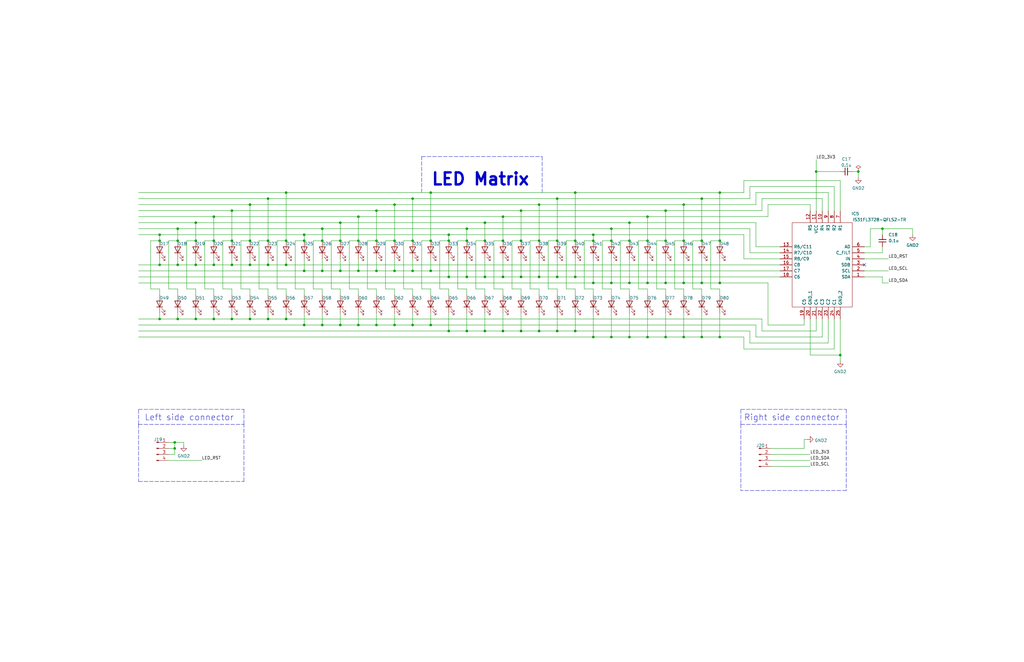
<source format=kicad_sch>
(kicad_sch (version 20211123) (generator eeschema)
  (paper "USLedger")
  (title_block (title "CRONCH LED Board") (rev "0.1") (company "Anton Liakhovitch"))
  (junction (at 234.95 83.82))
  (junction (at 242.57 81.28))
  (junction (at 303.53 81.28))
  (junction (at 234.95 101.6))
  (junction (at 288.29 101.6))
  (junction (at 288.29 86.36))
  (junction (at 135.89 101.6))
  (junction (at 250.19 99.06))
  (junction (at 67.31 134.62))
  (junction (at 196.85 101.6))
  (junction (at 257.81 101.6))
  (junction (at 234.95 116.84))
  (junction (at 90.17 101.6))
  (junction (at 227.33 101.6))
  (junction (at 151.13 137.16))
  (junction (at 105.41 134.62))
  (junction (at 74.93 111.76))
  (junction (at 196.85 116.84))
  (junction (at 151.13 91.44))
  (junction (at 105.41 86.36))
  (junction (at 280.67 142.24))
  (junction (at 82.55 101.6))
  (junction (at 151.13 114.3))
  (junction (at 212.09 101.6))
  (junction (at 128.27 99.06))
  (junction (at 295.91 101.6))
  (junction (at 90.17 134.62))
  (junction (at 97.79 88.9))
  (junction (at 74.93 134.62))
  (junction (at 273.05 91.44))
  (junction (at 250.19 142.24))
  (junction (at 181.61 101.6))
  (junction (at 135.89 137.16))
  (junction (at 361.95 72.39))
  (junction (at 113.03 83.82))
  (junction (at 128.27 137.16))
  (junction (at 120.65 134.62))
  (junction (at 257.81 119.38))
  (junction (at 158.75 114.3))
  (junction (at 273.05 101.6))
  (junction (at 158.75 137.16))
  (junction (at 295.91 83.82))
  (junction (at 158.75 88.9))
  (junction (at 181.61 81.28))
  (junction (at 257.81 142.24))
  (junction (at 82.55 93.98))
  (junction (at 288.29 142.24))
  (junction (at 74.93 101.6))
  (junction (at 181.61 137.16))
  (junction (at 143.51 101.6))
  (junction (at 143.51 114.3))
  (junction (at 280.67 101.6))
  (junction (at 250.19 119.38))
  (junction (at 90.17 91.44))
  (junction (at 113.03 134.62))
  (junction (at 257.81 96.52))
  (junction (at 166.37 86.36))
  (junction (at 303.53 101.6))
  (junction (at 166.37 137.16))
  (junction (at 173.99 83.82))
  (junction (at 67.31 99.06))
  (junction (at 90.17 111.76))
  (junction (at 97.79 134.62))
  (junction (at 344.17 72.39))
  (junction (at 227.33 86.36))
  (junction (at 173.99 114.3))
  (junction (at 219.71 101.6))
  (junction (at 234.95 139.7))
  (junction (at 242.57 139.7))
  (junction (at 128.27 101.6))
  (junction (at 219.71 139.7))
  (junction (at 219.71 116.84))
  (junction (at 143.51 137.16))
  (junction (at 151.13 101.6))
  (junction (at 166.37 114.3))
  (junction (at 354.33 149.86))
  (junction (at 273.05 119.38))
  (junction (at 288.29 119.38))
  (junction (at 82.55 111.76))
  (junction (at 265.43 93.98))
  (junction (at 265.43 119.38))
  (junction (at 105.41 111.76))
  (junction (at 219.71 88.9))
  (junction (at 120.65 111.76))
  (junction (at 189.23 139.7))
  (junction (at 67.31 111.76))
  (junction (at 189.23 116.84))
  (junction (at 250.19 101.6))
  (junction (at 74.93 96.52))
  (junction (at 295.91 142.24))
  (junction (at 135.89 114.3))
  (junction (at 97.79 101.6))
  (junction (at 128.27 114.3))
  (junction (at 227.33 116.84))
  (junction (at 166.37 101.6))
  (junction (at 67.31 101.6))
  (junction (at 280.67 88.9))
  (junction (at 135.89 96.52))
  (junction (at 280.67 119.38))
  (junction (at 105.41 101.6))
  (junction (at 189.23 101.6))
  (junction (at 242.57 101.6))
  (junction (at 265.43 142.24))
  (junction (at 113.03 111.76))
  (junction (at 303.53 119.38))
  (junction (at 212.09 116.84))
  (junction (at 196.85 139.7))
  (junction (at 273.05 142.24))
  (junction (at 173.99 101.6))
  (junction (at 113.03 101.6))
  (junction (at 212.09 139.7))
  (junction (at 73.66 186.69))
  (junction (at 265.43 101.6))
  (junction (at 82.55 134.62))
  (junction (at 196.85 96.52))
  (junction (at 173.99 137.16))
  (junction (at 204.47 116.84))
  (junction (at 204.47 93.98))
  (junction (at 204.47 139.7))
  (junction (at 303.53 142.24))
  (junction (at 227.33 139.7))
  (junction (at 242.57 116.84))
  (junction (at 143.51 93.98))
  (junction (at 73.66 189.23))
  (junction (at 295.91 119.38))
  (junction (at 212.09 91.44))
  (junction (at 189.23 99.06))
  (junction (at 120.65 81.28))
  (junction (at 181.61 114.3))
  (junction (at 120.65 101.6))
  (junction (at 204.47 101.6))
  (junction (at 97.79 111.76))
  (junction (at 372.11 96.52))
  (junction (at 158.75 101.6))
  (no_connect (at 364.49 111.76))
  (wire (pts (xy 372.11 96.52) (xy 384.81 96.52)))
  (wire (pts (xy 325.12 189.23) (xy 339.09 189.23)))
  (wire (pts (xy 288.29 86.36) (xy 288.29 101.6)))
  (wire (pts (xy 166.37 86.36) (xy 227.33 86.36)))
  (wire (pts (xy 173.99 83.82) (xy 234.95 83.82)))
  (wire (pts (xy 234.95 124.46) (xy 234.95 121.92)))
  (wire (pts (xy 341.63 149.86) (xy 354.33 149.86)))
  (wire (pts (xy 280.67 88.9) (xy 321.31 88.9)))
  (wire (pts (xy 139.7 101.6) (xy 139.7 121.92)))
  (wire (pts (xy 316.23 96.52) (xy 316.23 106.68)))
  (wire (pts (xy 204.47 124.46) (xy 204.47 121.92)))
  (wire (pts (xy 227.33 124.46) (xy 227.33 121.92)))
  (wire (pts (xy 151.13 91.44) (xy 212.09 91.44)))
  (wire (pts (xy 128.27 109.22) (xy 128.27 114.3)))
  (wire (pts (xy 257.81 96.52) (xy 257.81 101.6)))
  (wire (pts (xy 321.31 134.62) (xy 321.31 139.7)))
  (wire (pts (xy 74.93 96.52) (xy 135.89 96.52)))
  (wire (pts (xy 105.41 124.46) (xy 105.41 121.92)))
  (wire (pts (xy 67.31 99.06) (xy 67.31 101.6)))
  (wire (pts (xy 295.91 83.82) (xy 316.23 83.82)))
  (wire (pts (xy 193.04 101.6) (xy 193.04 121.92)))
  (wire (pts (xy 318.77 93.98) (xy 318.77 104.14)))
  (wire (pts (xy 58.42 91.44) (xy 90.17 91.44)))
  (wire (pts (xy 181.61 101.6) (xy 177.8 101.6)))
  (wire (pts (xy 58.42 86.36) (xy 105.41 86.36)))
  (wire (pts (xy 74.93 101.6) (xy 71.12 101.6)))
  (wire (pts (xy 143.51 121.92) (xy 139.7 121.92)))
  (wire (pts (xy 120.65 121.92) (xy 116.84 121.92)))
  (wire (pts (xy 273.05 142.24) (xy 280.67 142.24)))
  (wire (pts (xy 143.51 109.22) (xy 143.51 114.3)))
  (wire (pts (xy 67.31 101.6) (xy 63.5 101.6)))
  (wire (pts (xy 234.95 83.82) (xy 234.95 101.6)))
  (wire (pts (xy 242.57 101.6) (xy 238.76 101.6)))
  (wire (pts (xy 261.62 101.6) (xy 261.62 121.92)))
  (polyline (pts (xy 58.42 179.07) (xy 102.87 179.07)))
  (wire (pts (xy 219.71 101.6) (xy 215.9 101.6)))
  (wire (pts (xy 71.12 194.31) (xy 85.09 194.31)))
  (wire (pts (xy 318.77 81.28) (xy 349.25 81.28)))
  (wire (pts (xy 354.33 134.62) (xy 354.33 149.86)))
  (wire (pts (xy 219.71 121.92) (xy 215.9 121.92)))
  (wire (pts (xy 234.95 121.92) (xy 231.14 121.92)))
  (wire (pts (xy 71.12 189.23) (xy 73.66 189.23)))
  (wire (pts (xy 135.89 124.46) (xy 135.89 121.92)))
  (wire (pts (xy 238.76 101.6) (xy 238.76 121.92)))
  (wire (pts (xy 257.81 142.24) (xy 265.43 142.24)))
  (wire (pts (xy 234.95 132.08) (xy 234.95 139.7)))
  (wire (pts (xy 295.91 142.24) (xy 303.53 142.24)))
  (wire (pts (xy 181.61 109.22) (xy 181.61 114.3)))
  (wire (pts (xy 113.03 121.92) (xy 109.22 121.92)))
  (wire (pts (xy 158.75 132.08) (xy 158.75 137.16)))
  (wire (pts (xy 303.53 132.08) (xy 303.53 142.24)))
  (wire (pts (xy 105.41 86.36) (xy 166.37 86.36)))
  (wire (pts (xy 212.09 91.44) (xy 273.05 91.44)))
  (wire (pts (xy 173.99 109.22) (xy 173.99 114.3)))
  (polyline (pts (xy 58.42 203.2) (xy 102.87 203.2)))
  (wire (pts (xy 204.47 109.22) (xy 204.47 116.84)))
  (wire (pts (xy 173.99 137.16) (xy 181.61 137.16)))
  (wire (pts (xy 135.89 132.08) (xy 135.89 137.16)))
  (wire (pts (xy 181.61 114.3) (xy 328.93 114.3)))
  (wire (pts (xy 63.5 101.6) (xy 63.5 121.92)))
  (wire (pts (xy 120.65 111.76) (xy 328.93 111.76)))
  (wire (pts (xy 303.53 119.38) (xy 323.85 119.38)))
  (wire (pts (xy 250.19 121.92) (xy 246.38 121.92)))
  (wire (pts (xy 181.61 137.16) (xy 318.77 137.16)))
  (wire (pts (xy 354.33 149.86) (xy 354.33 152.4)))
  (polyline (pts (xy 312.42 179.07) (xy 312.42 172.72)))
  (wire (pts (xy 90.17 121.92) (xy 86.36 121.92)))
  (wire (pts (xy 135.89 96.52) (xy 135.89 101.6)))
  (wire (pts (xy 318.77 86.36) (xy 318.77 81.28)))
  (wire (pts (xy 280.67 121.92) (xy 276.86 121.92)))
  (wire (pts (xy 97.79 101.6) (xy 93.98 101.6)))
  (wire (pts (xy 158.75 101.6) (xy 154.94 101.6)))
  (polyline (pts (xy 312.42 172.72) (xy 356.87 172.72)))
  (wire (pts (xy 227.33 86.36) (xy 227.33 101.6)))
  (wire (pts (xy 151.13 91.44) (xy 151.13 101.6)))
  (wire (pts (xy 242.57 124.46) (xy 242.57 121.92)))
  (wire (pts (xy 359.41 72.39) (xy 361.95 72.39)))
  (wire (pts (xy 223.52 101.6) (xy 223.52 121.92)))
  (wire (pts (xy 74.93 111.76) (xy 82.55 111.76)))
  (wire (pts (xy 105.41 132.08) (xy 105.41 134.62)))
  (wire (pts (xy 86.36 101.6) (xy 86.36 121.92)))
  (wire (pts (xy 196.85 101.6) (xy 193.04 101.6)))
  (wire (pts (xy 242.57 109.22) (xy 242.57 116.84)))
  (wire (pts (xy 97.79 88.9) (xy 97.79 101.6)))
  (wire (pts (xy 135.89 137.16) (xy 143.51 137.16)))
  (wire (pts (xy 82.55 124.46) (xy 82.55 121.92)))
  (wire (pts (xy 346.71 83.82) (xy 346.71 88.9)))
  (wire (pts (xy 250.19 99.06) (xy 313.69 99.06)))
  (wire (pts (xy 147.32 101.6) (xy 147.32 121.92)))
  (wire (pts (xy 73.66 189.23) (xy 73.66 186.69)))
  (wire (pts (xy 364.49 106.68) (xy 372.11 106.68)))
  (wire (pts (xy 113.03 83.82) (xy 173.99 83.82)))
  (wire (pts (xy 250.19 119.38) (xy 257.81 119.38)))
  (wire (pts (xy 105.41 109.22) (xy 105.41 111.76)))
  (wire (pts (xy 189.23 121.92) (xy 185.42 121.92)))
  (wire (pts (xy 189.23 109.22) (xy 189.23 116.84)))
  (wire (pts (xy 265.43 109.22) (xy 265.43 119.38)))
  (wire (pts (xy 242.57 139.7) (xy 316.23 139.7)))
  (wire (pts (xy 158.75 137.16) (xy 166.37 137.16)))
  (wire (pts (xy 204.47 139.7) (xy 212.09 139.7)))
  (wire (pts (xy 189.23 139.7) (xy 196.85 139.7)))
  (wire (pts (xy 181.61 132.08) (xy 181.61 137.16)))
  (wire (pts (xy 212.09 109.22) (xy 212.09 116.84)))
  (wire (pts (xy 166.37 114.3) (xy 173.99 114.3)))
  (wire (pts (xy 325.12 194.31) (xy 341.63 194.31)))
  (wire (pts (xy 316.23 144.78) (xy 349.25 144.78)))
  (wire (pts (xy 196.85 139.7) (xy 204.47 139.7)))
  (wire (pts (xy 105.41 86.36) (xy 105.41 101.6)))
  (wire (pts (xy 173.99 114.3) (xy 181.61 114.3)))
  (wire (pts (xy 90.17 134.62) (xy 97.79 134.62)))
  (wire (pts (xy 151.13 124.46) (xy 151.13 121.92)))
  (wire (pts (xy 82.55 101.6) (xy 78.74 101.6)))
  (wire (pts (xy 109.22 101.6) (xy 109.22 121.92)))
  (wire (pts (xy 97.79 132.08) (xy 97.79 134.62)))
  (wire (pts (xy 58.42 119.38) (xy 250.19 119.38)))
  (wire (pts (xy 189.23 124.46) (xy 189.23 121.92)))
  (wire (pts (xy 280.67 88.9) (xy 280.67 101.6)))
  (wire (pts (xy 265.43 142.24) (xy 273.05 142.24)))
  (wire (pts (xy 113.03 109.22) (xy 113.03 111.76)))
  (wire (pts (xy 113.03 124.46) (xy 113.03 121.92)))
  (wire (pts (xy 90.17 91.44) (xy 151.13 91.44)))
  (wire (pts (xy 170.18 101.6) (xy 170.18 121.92)))
  (wire (pts (xy 280.67 119.38) (xy 288.29 119.38)))
  (wire (pts (xy 372.11 116.84) (xy 372.11 119.38)))
  (wire (pts (xy 173.99 132.08) (xy 173.99 137.16)))
  (wire (pts (xy 257.81 124.46) (xy 257.81 121.92)))
  (wire (pts (xy 367.03 104.14) (xy 367.03 96.52)))
  (wire (pts (xy 339.09 189.23) (xy 339.09 185.42)))
  (wire (pts (xy 250.19 142.24) (xy 257.81 142.24)))
  (wire (pts (xy 82.55 109.22) (xy 82.55 111.76)))
  (wire (pts (xy 143.51 124.46) (xy 143.51 121.92)))
  (wire (pts (xy 316.23 83.82) (xy 316.23 78.74)))
  (wire (pts (xy 303.53 124.46) (xy 303.53 121.92)))
  (wire (pts (xy 250.19 101.6) (xy 246.38 101.6)))
  (wire (pts (xy 341.63 134.62) (xy 341.63 149.86)))
  (wire (pts (xy 321.31 88.9) (xy 321.31 83.82)))
  (wire (pts (xy 234.95 116.84) (xy 242.57 116.84)))
  (wire (pts (xy 162.56 101.6) (xy 162.56 121.92)))
  (polyline (pts (xy 356.87 179.07) (xy 356.87 207.01)))
  (wire (pts (xy 58.42 83.82) (xy 113.03 83.82)))
  (wire (pts (xy 219.71 116.84) (xy 227.33 116.84)))
  (polyline (pts (xy 58.42 179.07) (xy 58.42 203.2)))
  (wire (pts (xy 82.55 93.98) (xy 143.51 93.98)))
  (wire (pts (xy 74.93 96.52) (xy 74.93 101.6)))
  (wire (pts (xy 166.37 124.46) (xy 166.37 121.92)))
  (wire (pts (xy 265.43 101.6) (xy 261.62 101.6)))
  (wire (pts (xy 339.09 185.42) (xy 340.36 185.42)))
  (wire (pts (xy 181.61 81.28) (xy 242.57 81.28)))
  (wire (pts (xy 242.57 81.28) (xy 303.53 81.28)))
  (wire (pts (xy 78.74 101.6) (xy 78.74 121.92)))
  (wire (pts (xy 151.13 101.6) (xy 147.32 101.6)))
  (wire (pts (xy 284.48 101.6) (xy 284.48 121.92)))
  (wire (pts (xy 231.14 101.6) (xy 231.14 121.92)))
  (wire (pts (xy 58.42 134.62) (xy 67.31 134.62)))
  (polyline (pts (xy 102.87 172.72) (xy 102.87 179.07)))
  (wire (pts (xy 143.51 132.08) (xy 143.51 137.16)))
  (wire (pts (xy 273.05 132.08) (xy 273.05 142.24)))
  (wire (pts (xy 250.19 132.08) (xy 250.19 142.24)))
  (wire (pts (xy 116.84 101.6) (xy 116.84 121.92)))
  (wire (pts (xy 196.85 116.84) (xy 204.47 116.84)))
  (wire (pts (xy 351.79 78.74) (xy 351.79 88.9)))
  (wire (pts (xy 158.75 124.46) (xy 158.75 121.92)))
  (wire (pts (xy 58.42 111.76) (xy 67.31 111.76)))
  (wire (pts (xy 325.12 196.85) (xy 341.63 196.85)))
  (wire (pts (xy 318.77 142.24) (xy 346.71 142.24)))
  (polyline (pts (xy 177.8 66.04) (xy 228.6 66.04)))
  (wire (pts (xy 227.33 139.7) (xy 234.95 139.7)))
  (wire (pts (xy 135.89 96.52) (xy 196.85 96.52)))
  (wire (pts (xy 71.12 101.6) (xy 71.12 121.92)))
  (wire (pts (xy 93.98 101.6) (xy 93.98 121.92)))
  (wire (pts (xy 367.03 96.52) (xy 372.11 96.52)))
  (wire (pts (xy 372.11 104.14) (xy 372.11 106.68)))
  (wire (pts (xy 204.47 121.92) (xy 200.66 121.92)))
  (wire (pts (xy 250.19 124.46) (xy 250.19 121.92)))
  (wire (pts (xy 124.46 101.6) (xy 124.46 121.92)))
  (wire (pts (xy 313.69 142.24) (xy 313.69 147.32)))
  (wire (pts (xy 158.75 109.22) (xy 158.75 114.3)))
  (wire (pts (xy 67.31 132.08) (xy 67.31 134.62)))
  (wire (pts (xy 204.47 101.6) (xy 200.66 101.6)))
  (wire (pts (xy 265.43 132.08) (xy 265.43 142.24)))
  (wire (pts (xy 288.29 109.22) (xy 288.29 119.38)))
  (wire (pts (xy 143.51 93.98) (xy 204.47 93.98)))
  (wire (pts (xy 288.29 132.08) (xy 288.29 142.24)))
  (wire (pts (xy 288.29 124.46) (xy 288.29 121.92)))
  (wire (pts (xy 67.31 124.46) (xy 67.31 121.92)))
  (wire (pts (xy 234.95 83.82) (xy 295.91 83.82)))
  (wire (pts (xy 120.65 101.6) (xy 116.84 101.6)))
  (wire (pts (xy 212.09 139.7) (xy 219.71 139.7)))
  (wire (pts (xy 196.85 121.92) (xy 193.04 121.92)))
  (wire (pts (xy 67.31 109.22) (xy 67.31 111.76)))
  (wire (pts (xy 344.17 134.62) (xy 344.17 139.7)))
  (wire (pts (xy 219.71 132.08) (xy 219.71 139.7)))
  (wire (pts (xy 265.43 93.98) (xy 318.77 93.98)))
  (wire (pts (xy 384.81 96.52) (xy 384.81 99.06)))
  (wire (pts (xy 280.67 101.6) (xy 276.86 101.6)))
  (wire (pts (xy 295.91 109.22) (xy 295.91 119.38)))
  (wire (pts (xy 166.37 137.16) (xy 173.99 137.16)))
  (wire (pts (xy 67.31 134.62) (xy 74.93 134.62)))
  (wire (pts (xy 313.69 76.2) (xy 354.33 76.2)))
  (wire (pts (xy 189.23 132.08) (xy 189.23 139.7)))
  (wire (pts (xy 204.47 93.98) (xy 265.43 93.98)))
  (wire (pts (xy 280.67 109.22) (xy 280.67 119.38)))
  (wire (pts (xy 318.77 104.14) (xy 328.93 104.14)))
  (wire (pts (xy 242.57 121.92) (xy 238.76 121.92)))
  (wire (pts (xy 295.91 121.92) (xy 292.1 121.92)))
  (wire (pts (xy 349.25 134.62) (xy 349.25 144.78)))
  (wire (pts (xy 128.27 124.46) (xy 128.27 121.92)))
  (wire (pts (xy 323.85 91.44) (xy 323.85 86.36)))
  (wire (pts (xy 58.42 96.52) (xy 74.93 96.52)))
  (wire (pts (xy 212.09 116.84) (xy 219.71 116.84)))
  (wire (pts (xy 166.37 101.6) (xy 162.56 101.6)))
  (wire (pts (xy 196.85 124.46) (xy 196.85 121.92)))
  (wire (pts (xy 185.42 101.6) (xy 185.42 121.92)))
  (wire (pts (xy 189.23 116.84) (xy 196.85 116.84)))
  (wire (pts (xy 128.27 137.16) (xy 135.89 137.16)))
  (wire (pts (xy 181.61 81.28) (xy 181.61 101.6)))
  (wire (pts (xy 181.61 124.46) (xy 181.61 121.92)))
  (wire (pts (xy 219.71 139.7) (xy 227.33 139.7)))
  (wire (pts (xy 58.42 93.98) (xy 82.55 93.98)))
  (wire (pts (xy 323.85 119.38) (xy 323.85 137.16)))
  (wire (pts (xy 113.03 101.6) (xy 109.22 101.6)))
  (wire (pts (xy 135.89 101.6) (xy 132.08 101.6)))
  (wire (pts (xy 154.94 101.6) (xy 154.94 121.92)))
  (wire (pts (xy 212.09 124.46) (xy 212.09 121.92)))
  (wire (pts (xy 166.37 121.92) (xy 162.56 121.92)))
  (wire (pts (xy 105.41 134.62) (xy 113.03 134.62)))
  (wire (pts (xy 303.53 109.22) (xy 303.53 119.38)))
  (wire (pts (xy 90.17 111.76) (xy 97.79 111.76)))
  (polyline (pts (xy 58.42 179.07) (xy 58.42 172.72)))
  (wire (pts (xy 151.13 137.16) (xy 158.75 137.16)))
  (wire (pts (xy 74.93 124.46) (xy 74.93 121.92)))
  (wire (pts (xy 74.93 132.08) (xy 74.93 134.62)))
  (wire (pts (xy 295.91 132.08) (xy 295.91 142.24)))
  (wire (pts (xy 196.85 109.22) (xy 196.85 116.84)))
  (wire (pts (xy 90.17 91.44) (xy 90.17 101.6)))
  (wire (pts (xy 166.37 132.08) (xy 166.37 137.16)))
  (wire (pts (xy 227.33 86.36) (xy 288.29 86.36)))
  (wire (pts (xy 173.99 121.92) (xy 170.18 121.92)))
  (wire (pts (xy 372.11 96.52) (xy 372.11 99.06)))
  (wire (pts (xy 299.72 101.6) (xy 299.72 121.92)))
  (wire (pts (xy 257.81 109.22) (xy 257.81 119.38)))
  (polyline (pts (xy 356.87 207.01) (xy 312.42 207.01)))
  (wire (pts (xy 313.69 81.28) (xy 313.69 76.2)))
  (wire (pts (xy 303.53 101.6) (xy 299.72 101.6)))
  (wire (pts (xy 73.66 186.69) (xy 71.12 186.69)))
  (wire (pts (xy 265.43 93.98) (xy 265.43 101.6)))
  (wire (pts (xy 364.49 114.3) (xy 374.65 114.3)))
  (wire (pts (xy 135.89 109.22) (xy 135.89 114.3)))
  (wire (pts (xy 128.27 99.06) (xy 128.27 101.6)))
  (wire (pts (xy 288.29 121.92) (xy 284.48 121.92)))
  (polyline (pts (xy 312.42 179.07) (xy 312.42 207.01)))
  (wire (pts (xy 128.27 99.06) (xy 189.23 99.06)))
  (wire (pts (xy 323.85 86.36) (xy 341.63 86.36)))
  (wire (pts (xy 120.65 81.28) (xy 120.65 101.6)))
  (wire (pts (xy 105.41 111.76) (xy 113.03 111.76)))
  (wire (pts (xy 212.09 121.92) (xy 208.28 121.92)))
  (wire (pts (xy 58.42 114.3) (xy 128.27 114.3)))
  (wire (pts (xy 113.03 134.62) (xy 120.65 134.62)))
  (wire (pts (xy 204.47 93.98) (xy 204.47 101.6)))
  (wire (pts (xy 354.33 76.2) (xy 354.33 88.9)))
  (wire (pts (xy 82.55 132.08) (xy 82.55 134.62)))
  (wire (pts (xy 257.81 121.92) (xy 254 121.92)))
  (wire (pts (xy 128.27 132.08) (xy 128.27 137.16)))
  (wire (pts (xy 151.13 109.22) (xy 151.13 114.3)))
  (wire (pts (xy 77.47 186.69) (xy 73.66 186.69)))
  (wire (pts (xy 128.27 114.3) (xy 135.89 114.3)))
  (wire (pts (xy 234.95 109.22) (xy 234.95 116.84)))
  (wire (pts (xy 288.29 101.6) (xy 284.48 101.6)))
  (wire (pts (xy 90.17 109.22) (xy 90.17 111.76)))
  (wire (pts (xy 288.29 119.38) (xy 295.91 119.38)))
  (wire (pts (xy 364.49 116.84) (xy 372.11 116.84)))
  (wire (pts (xy 323.85 137.16) (xy 339.09 137.16)))
  (wire (pts (xy 135.89 114.3) (xy 143.51 114.3)))
  (wire (pts (xy 173.99 83.82) (xy 173.99 101.6)))
  (wire (pts (xy 58.42 139.7) (xy 189.23 139.7)))
  (wire (pts (xy 250.19 109.22) (xy 250.19 119.38)))
  (polyline (pts (xy 356.87 172.72) (xy 356.87 179.07)))
  (wire (pts (xy 280.67 124.46) (xy 280.67 121.92)))
  (wire (pts (xy 82.55 134.62) (xy 90.17 134.62)))
  (wire (pts (xy 313.69 147.32) (xy 351.79 147.32)))
  (wire (pts (xy 265.43 124.46) (xy 265.43 121.92)))
  (wire (pts (xy 132.08 101.6) (xy 132.08 121.92)))
  (wire (pts (xy 120.65 134.62) (xy 321.31 134.62)))
  (wire (pts (xy 158.75 121.92) (xy 154.94 121.92)))
  (wire (pts (xy 151.13 132.08) (xy 151.13 137.16)))
  (wire (pts (xy 97.79 111.76) (xy 105.41 111.76)))
  (wire (pts (xy 120.65 109.22) (xy 120.65 111.76)))
  (polyline (pts (xy 58.42 172.72) (xy 102.87 172.72)))
  (wire (pts (xy 74.93 121.92) (xy 71.12 121.92)))
  (wire (pts (xy 177.8 101.6) (xy 177.8 121.92)))
  (wire (pts (xy 135.89 121.92) (xy 132.08 121.92)))
  (wire (pts (xy 151.13 121.92) (xy 147.32 121.92)))
  (polyline (pts (xy 312.42 179.07) (xy 356.87 179.07)))
  (wire (pts (xy 219.71 109.22) (xy 219.71 116.84)))
  (wire (pts (xy 189.23 99.06) (xy 250.19 99.06)))
  (wire (pts (xy 82.55 111.76) (xy 90.17 111.76)))
  (wire (pts (xy 113.03 83.82) (xy 113.03 101.6)))
  (wire (pts (xy 90.17 132.08) (xy 90.17 134.62)))
  (wire (pts (xy 303.53 81.28) (xy 303.53 101.6)))
  (polyline (pts (xy 177.8 81.28) (xy 177.8 66.04)))
  (wire (pts (xy 204.47 132.08) (xy 204.47 139.7)))
  (wire (pts (xy 58.42 99.06) (xy 67.31 99.06)))
  (wire (pts (xy 219.71 88.9) (xy 280.67 88.9)))
  (wire (pts (xy 316.23 106.68) (xy 328.93 106.68)))
  (wire (pts (xy 269.24 101.6) (xy 269.24 121.92)))
  (wire (pts (xy 67.31 111.76) (xy 74.93 111.76)))
  (wire (pts (xy 67.31 121.92) (xy 63.5 121.92)))
  (wire (pts (xy 273.05 91.44) (xy 323.85 91.44)))
  (wire (pts (xy 372.11 119.38) (xy 374.65 119.38)))
  (wire (pts (xy 227.33 101.6) (xy 223.52 101.6)))
  (wire (pts (xy 196.85 96.52) (xy 257.81 96.52)))
  (wire (pts (xy 316.23 139.7) (xy 316.23 144.78)))
  (wire (pts (xy 158.75 88.9) (xy 158.75 101.6)))
  (wire (pts (xy 82.55 93.98) (xy 82.55 101.6)))
  (wire (pts (xy 295.91 101.6) (xy 292.1 101.6)))
  (wire (pts (xy 344.17 72.39) (xy 344.17 88.9)))
  (wire (pts (xy 273.05 91.44) (xy 273.05 101.6)))
  (wire (pts (xy 364.49 104.14) (xy 367.03 104.14)))
  (wire (pts (xy 181.61 121.92) (xy 177.8 121.92)))
  (wire (pts (xy 58.42 81.28) (xy 120.65 81.28)))
  (wire (pts (xy 321.31 83.82) (xy 346.71 83.82)))
  (wire (pts (xy 273.05 101.6) (xy 269.24 101.6)))
  (wire (pts (xy 120.65 124.46) (xy 120.65 121.92)))
  (wire (pts (xy 128.27 121.92) (xy 124.46 121.92)))
  (wire (pts (xy 189.23 101.6) (xy 185.42 101.6)))
  (wire (pts (xy 254 101.6) (xy 254 121.92)))
  (wire (pts (xy 208.28 101.6) (xy 208.28 121.92)))
  (wire (pts (xy 90.17 124.46) (xy 90.17 121.92)))
  (wire (pts (xy 97.79 134.62) (xy 105.41 134.62)))
  (wire (pts (xy 90.17 101.6) (xy 86.36 101.6)))
  (wire (pts (xy 105.41 121.92) (xy 101.6 121.92)))
  (wire (pts (xy 77.47 187.96) (xy 77.47 186.69)))
  (wire (pts (xy 242.57 116.84) (xy 328.93 116.84)))
  (wire (pts (xy 200.66 101.6) (xy 200.66 121.92)))
  (wire (pts (xy 212.09 132.08) (xy 212.09 139.7)))
  (wire (pts (xy 151.13 114.3) (xy 158.75 114.3)))
  (wire (pts (xy 303.53 142.24) (xy 313.69 142.24)))
  (wire (pts (xy 227.33 132.08) (xy 227.33 139.7)))
  (wire (pts (xy 280.67 132.08) (xy 280.67 142.24)))
  (wire (pts (xy 242.57 81.28) (xy 242.57 101.6)))
  (wire (pts (xy 67.31 99.06) (xy 128.27 99.06)))
  (polyline (pts (xy 102.87 203.2) (xy 102.87 179.07)))
  (wire (pts (xy 242.57 132.08) (xy 242.57 139.7)))
  (wire (pts (xy 143.51 114.3) (xy 151.13 114.3)))
  (wire (pts (xy 166.37 109.22) (xy 166.37 114.3)))
  (wire (pts (xy 97.79 109.22) (xy 97.79 111.76)))
  (wire (pts (xy 257.81 101.6) (xy 254 101.6)))
  (wire (pts (xy 265.43 121.92) (xy 261.62 121.92)))
  (wire (pts (xy 364.49 109.22) (xy 374.65 109.22)))
  (wire (pts (xy 234.95 139.7) (xy 242.57 139.7)))
  (wire (pts (xy 344.17 67.31) (xy 344.17 72.39)))
  (wire (pts (xy 339.09 134.62) (xy 339.09 137.16)))
  (polyline (pts (xy 228.6 66.04) (xy 228.6 81.28)))
  (wire (pts (xy 97.79 121.92) (xy 93.98 121.92)))
  (wire (pts (xy 273.05 119.38) (xy 280.67 119.38)))
  (wire (pts (xy 158.75 88.9) (xy 219.71 88.9)))
  (wire (pts (xy 295.91 83.82) (xy 295.91 101.6)))
  (wire (pts (xy 173.99 101.6) (xy 170.18 101.6)))
  (wire (pts (xy 361.95 72.39) (xy 361.95 74.93)))
  (wire (pts (xy 204.47 116.84) (xy 212.09 116.84)))
  (wire (pts (xy 295.91 124.46) (xy 295.91 121.92)))
  (wire (pts (xy 113.03 111.76) (xy 120.65 111.76)))
  (wire (pts (xy 351.79 134.62) (xy 351.79 147.32)))
  (wire (pts (xy 215.9 101.6) (xy 215.9 121.92)))
  (wire (pts (xy 321.31 139.7) (xy 344.17 139.7)))
  (wire (pts (xy 143.51 137.16) (xy 151.13 137.16)))
  (wire (pts (xy 273.05 109.22) (xy 273.05 119.38)))
  (wire (pts (xy 212.09 91.44) (xy 212.09 101.6)))
  (wire (pts (xy 74.93 109.22) (xy 74.93 111.76)))
  (wire (pts (xy 173.99 124.46) (xy 173.99 121.92)))
  (wire (pts (xy 295.91 119.38) (xy 303.53 119.38)))
  (wire (pts (xy 313.69 99.06) (xy 313.69 109.22)))
  (wire (pts (xy 273.05 124.46) (xy 273.05 121.92)))
  (wire (pts (xy 265.43 119.38) (xy 273.05 119.38)))
  (wire (pts (xy 227.33 121.92) (xy 223.52 121.92)))
  (wire (pts (xy 257.81 119.38) (xy 265.43 119.38)))
  (wire (pts (xy 250.19 99.06) (xy 250.19 101.6)))
  (wire (pts (xy 325.12 191.77) (xy 341.63 191.77)))
  (wire (pts (xy 234.95 101.6) (xy 231.14 101.6)))
  (wire (pts (xy 349.25 81.28) (xy 349.25 88.9)))
  (wire (pts (xy 143.51 101.6) (xy 139.7 101.6)))
  (wire (pts (xy 227.33 109.22) (xy 227.33 116.84)))
  (wire (pts (xy 257.81 132.08) (xy 257.81 142.24)))
  (wire (pts (xy 346.71 134.62) (xy 346.71 142.24)))
  (wire (pts (xy 219.71 124.46) (xy 219.71 121.92)))
  (wire (pts (xy 105.41 101.6) (xy 101.6 101.6)))
  (wire (pts (xy 219.71 88.9) (xy 219.71 101.6)))
  (wire (pts (xy 273.05 121.92) (xy 269.24 121.92)))
  (wire (pts (xy 97.79 124.46) (xy 97.79 121.92)))
  (wire (pts (xy 82.55 121.92) (xy 78.74 121.92)))
  (wire (pts (xy 344.17 72.39) (xy 354.33 72.39)))
  (wire (pts (xy 166.37 86.36) (xy 166.37 101.6)))
  (wire (pts (xy 227.33 116.84) (xy 234.95 116.84)))
  (wire (pts (xy 58.42 137.16) (xy 128.27 137.16)))
  (wire (pts (xy 288.29 142.24) (xy 295.91 142.24)))
  (wire (pts (xy 73.66 191.77) (xy 73.66 189.23)))
  (wire (pts (xy 158.75 114.3) (xy 166.37 114.3)))
  (wire (pts (xy 97.79 88.9) (xy 158.75 88.9)))
  (wire (pts (xy 120.65 81.28) (xy 181.61 81.28)))
  (wire (pts (xy 143.51 93.98) (xy 143.51 101.6)))
  (wire (pts (xy 276.86 101.6) (xy 276.86 121.92)))
  (wire (pts (xy 189.23 99.06) (xy 189.23 101.6)))
  (wire (pts (xy 58.42 142.24) (xy 250.19 142.24)))
  (wire (pts (xy 303.53 121.92) (xy 299.72 121.92)))
  (wire (pts (xy 292.1 101.6) (xy 292.1 121.92)))
  (wire (pts (xy 113.03 132.08) (xy 113.03 134.62)))
  (wire (pts (xy 74.93 134.62) (xy 82.55 134.62)))
  (wire (pts (xy 71.12 191.77) (xy 73.66 191.77)))
  (wire (pts (xy 316.23 78.74) (xy 351.79 78.74)))
  (wire (pts (xy 246.38 101.6) (xy 246.38 121.92)))
  (wire (pts (xy 128.27 101.6) (xy 124.46 101.6)))
  (wire (pts (xy 212.09 101.6) (xy 208.28 101.6)))
  (wire (pts (xy 120.65 132.08) (xy 120.65 134.62)))
  (wire (pts (xy 318.77 137.16) (xy 318.77 142.24)))
  (wire (pts (xy 303.53 81.28) (xy 313.69 81.28)))
  (wire (pts (xy 257.81 96.52) (xy 316.23 96.52)))
  (wire (pts (xy 196.85 96.52) (xy 196.85 101.6)))
  (wire (pts (xy 313.69 109.22) (xy 328.93 109.22)))
  (wire (pts (xy 341.63 88.9) (xy 341.63 86.36)))
  (wire (pts (xy 196.85 132.08) (xy 196.85 139.7)))
  (wire (pts (xy 280.67 142.24) (xy 288.29 142.24)))
  (wire (pts (xy 58.42 88.9) (xy 97.79 88.9)))
  (wire (pts (xy 101.6 101.6) (xy 101.6 121.92)))
  (wire (pts (xy 288.29 86.36) (xy 318.77 86.36)))
  (wire (pts (xy 58.42 116.84) (xy 189.23 116.84)))
  (text "LED Matrix" (at 181.61 78.74 0) (effects (font (size 5.08 5.08) (thickness 1.016) bold) (justify left bottom)))
  (text "Right side connector" (at 313.69 177.8 0) (effects (font (size 2.54 2.54)) (justify left bottom)))
  (text "Left side connector" (at 60.96 177.8 0) (effects (font (size 2.54 2.54)) (justify left bottom)))
  (label "LED_RST" (at 374.65 109.22 0))
  (label "LED_SDA" (at 374.65 119.38 0))
  (label "LED_SCL" (at 374.65 114.3 0))
  (label "LED_SCL" (at 341.63 196.85 0))
  (label "LED_SDA" (at 341.63 194.31 0))
  (label "LED_3V3" (at 341.63 191.77 0))
  (label "LED_RST" (at 85.09 194.31 0))
  (label "LED_3V3" (at 344.17 67.31 0))
  (symbol (lib_id "Device:LED") (at 120.65 128.27 90) (unit 1)
    (property "Reference" "D56" (at 120.65 125.73 90) (effects (justify right)))
    (property "Value" "LED, green" (effects hide))
    (property "Footprint" "LED_SMD:LED_0805_2012Metric" (effects hide))
    (property "Datasheet" "https://www.we-online.com/katalog/datasheet/150080GS75000.pdf" (effects hide))
    (property "Description" "LED, green" (effects hide))
    (property "Digikey Part Number" "732-4983-2-ND" (effects hide))
    (property "Digikey Price/Stock" "https://www.digikey.com/en/products/detail/w%C3%BCrth-elektronik/150080GS75000/4489915" (effects hide))
    (property "MANUFACTURER" "Würth Elektronik" (effects hide))
    (property "MPN" "150080GS75000" (effects hide))
    (property "Manufacturer_Name" "Würth Elektronik" (effects hide))
    (property "Manufacturer_Part_Number" "150080GS75000" (effects hide))
  )
  (symbol (lib_id "Device:LED") (at 90.17 105.41 90) (unit 1)
    (property "Reference" "D20" (at 90.17 102.87 90) (effects (justify right)))
    (property "Value" "LED, red" (effects hide))
    (property "Footprint" "LED_SMD:LED_0805_2012Metric" (effects hide))
    (property "Datasheet" "https://www.we-online.com/katalog/datasheet/150080RS75000.pdf" (effects hide))
    (property "Description" "LED, red" (effects hide))
    (property "Digikey Part Number" "732-4984-2-ND" (effects hide))
    (property "Digikey Price/Stock" "https://www.digikey.com/en/products/detail/w%C3%BCrth-elektronik/150080RS75000/4489918" (effects hide))
    (property "MANUFACTURER" "Würth Elektronik" (effects hide))
    (property "MPN" "150080RS75000" (effects hide))
    (property "Manufacturer_Name" "Würth Elektronik" (effects hide))
    (property "Manufacturer_Part_Number" "150080RS75000" (effects hide))
  )
  (symbol (lib_id "Device:LED") (at 158.75 105.41 90) (unit 1)
    (property "Reference" "D29" (at 158.75 102.87 90) (effects (justify right)))
    (property "Value" "LED, red" (effects hide))
    (property "Footprint" "LED_SMD:LED_0805_2012Metric" (effects hide))
    (property "Datasheet" "https://www.we-online.com/katalog/datasheet/150080RS75000.pdf" (effects hide))
    (property "Description" "LED, red" (effects hide))
    (property "Digikey Part Number" "732-4984-2-ND" (effects hide))
    (property "Digikey Price/Stock" "https://www.digikey.com/en/products/detail/w%C3%BCrth-elektronik/150080RS75000/4489918" (effects hide))
    (property "MANUFACTURER" "Würth Elektronik" (effects hide))
    (property "MPN" "150080RS75000" (effects hide))
    (property "Manufacturer_Name" "Würth Elektronik" (effects hide))
    (property "Manufacturer_Part_Number" "150080RS75000" (effects hide))
  )
  (symbol (lib_id "Device:LED") (at 143.51 128.27 90) (unit 1)
    (property "Reference" "D59" (at 143.51 125.73 90) (effects (justify right)))
    (property "Value" "LED, green" (effects hide))
    (property "Footprint" "LED_SMD:LED_0805_2012Metric" (effects hide))
    (property "Datasheet" "https://www.we-online.com/katalog/datasheet/150080GS75000.pdf" (effects hide))
    (property "Description" "LED, green" (effects hide))
    (property "Digikey Part Number" "732-4983-2-ND" (effects hide))
    (property "Digikey Price/Stock" "https://www.digikey.com/en/products/detail/w%C3%BCrth-elektronik/150080GS75000/4489915" (effects hide))
    (property "MANUFACTURER" "Würth Elektronik" (effects hide))
    (property "MPN" "150080GS75000" (effects hide))
    (property "Manufacturer_Name" "Würth Elektronik" (effects hide))
    (property "Manufacturer_Part_Number" "150080GS75000" (effects hide))
  )
  (symbol (lib_id "Device:LED") (at 212.09 105.41 90) (unit 1)
    (property "Reference" "D36" (at 212.09 102.87 90) (effects (justify right)))
    (property "Value" "LED, red" (effects hide))
    (property "Footprint" "LED_SMD:LED_0805_2012Metric" (effects hide))
    (property "Datasheet" "https://www.we-online.com/katalog/datasheet/150080RS75000.pdf" (effects hide))
    (property "Description" "LED, red" (effects hide))
    (property "Digikey Part Number" "732-4984-2-ND" (effects hide))
    (property "Digikey Price/Stock" "https://www.digikey.com/en/products/detail/w%C3%BCrth-elektronik/150080RS75000/4489918" (effects hide))
    (property "MANUFACTURER" "Würth Elektronik" (effects hide))
    (property "MPN" "150080RS75000" (effects hide))
    (property "Manufacturer_Name" "Würth Elektronik" (effects hide))
    (property "Manufacturer_Part_Number" "150080RS75000" (effects hide))
  )
  (symbol (lib_id "Device:LED") (at 135.89 128.27 90) (unit 1)
    (property "Reference" "D58" (at 135.89 125.73 90) (effects (justify right)))
    (property "Value" "LED, green" (effects hide))
    (property "Footprint" "LED_SMD:LED_0805_2012Metric" (effects hide))
    (property "Datasheet" "https://www.we-online.com/katalog/datasheet/150080GS75000.pdf" (effects hide))
    (property "Description" "LED, green" (effects hide))
    (property "Digikey Part Number" "732-4983-2-ND" (effects hide))
    (property "Digikey Price/Stock" "https://www.digikey.com/en/products/detail/w%C3%BCrth-elektronik/150080GS75000/4489915" (effects hide))
    (property "MANUFACTURER" "Würth Elektronik" (effects hide))
    (property "MPN" "150080GS75000" (effects hide))
    (property "Manufacturer_Name" "Würth Elektronik" (effects hide))
    (property "Manufacturer_Part_Number" "150080GS75000" (effects hide))
  )
  (symbol (lib_id "Device:LED") (at 257.81 128.27 90) (unit 1)
    (property "Reference" "D74" (at 257.81 125.73 90) (effects (justify right)))
    (property "Value" "LED, green" (effects hide))
    (property "Footprint" "LED_SMD:LED_0805_2012Metric" (effects hide))
    (property "Datasheet" "https://www.we-online.com/katalog/datasheet/150080GS75000.pdf" (effects hide))
    (property "Description" "LED, green" (effects hide))
    (property "Digikey Part Number" "732-4983-2-ND" (effects hide))
    (property "Digikey Price/Stock" "https://www.digikey.com/en/products/detail/w%C3%BCrth-elektronik/150080GS75000/4489915" (effects hide))
    (property "MANUFACTURER" "Würth Elektronik" (effects hide))
    (property "MPN" "150080GS75000" (effects hide))
    (property "Manufacturer_Name" "Würth Elektronik" (effects hide))
    (property "Manufacturer_Part_Number" "150080GS75000" (effects hide))
  )
  (symbol (lib_id "Device:LED") (at 265.43 128.27 90) (unit 1)
    (property "Reference" "D75" (at 265.43 125.73 90) (effects (justify right)))
    (property "Value" "LED, green" (effects hide))
    (property "Footprint" "LED_SMD:LED_0805_2012Metric" (effects hide))
    (property "Datasheet" "https://www.we-online.com/katalog/datasheet/150080GS75000.pdf" (effects hide))
    (property "Description" "LED, green" (effects hide))
    (property "Digikey Part Number" "732-4983-2-ND" (effects hide))
    (property "Digikey Price/Stock" "https://www.digikey.com/en/products/detail/w%C3%BCrth-elektronik/150080GS75000/4489915" (effects hide))
    (property "MANUFACTURER" "Würth Elektronik" (effects hide))
    (property "MPN" "150080GS75000" (effects hide))
    (property "Manufacturer_Name" "Würth Elektronik" (effects hide))
    (property "Manufacturer_Part_Number" "150080GS75000" (effects hide))
  )
  (symbol (lib_id "IS31FL3728-QFLS2-TR:IS31FL3728-QFLS2-TR") (at 364.49 116.84 180) (unit 1)
    (property "Reference" "IC5" (at 360.68 90.17 0))
    (property "Value" "IS31FL3728-QFLS2-TR" (at 370.84 92.71 0))
    (property "Footprint" "footprints:QFN50P400X400X80-25N-D" (effects hide))
    (property "Datasheet" "https://datasheet.datasheetarchive.com/originals/distributors/Datasheets-ISI/DSAISSI100044.pdf" (effects hide))
    (property "Description" "LED Lighting Drivers Audio Mod Matrix LED Driver" (effects hide))
    (property "Height" "0.8" (effects hide))
    (property "Manufacturer_Name" "Integrated Silicon Solution Inc." (effects hide))
    (property "Manufacturer_Part_Number" "IS31FL3728-QFLS2-TR" (effects hide))
    (property "Mouser Part Number" "870-IS31FL3728QFLS2R" (effects hide))
    (property "Mouser Price/Stock" "https://www.mouser.com/Search/Refine.aspx?Keyword=870-IS31FL3728QFLS2R" (effects hide))
    (property "Arrow Part Number" "IS31FL3728-QFLS2-TR" (effects hide))
    (property "Arrow Price/Stock" "https://www.arrow.com/en/products/is31fl3728-qfls2-tr/integrated-silicon-solution-inc" (effects hide))
    (property "MANUFACTURER" "Integrated Silicon Solution Inc." (effects hide))
    (property "MPN" "IS31FL3728-QFLS2-TR" (effects hide))
    (property "Digikey Part Number" "2521-IS31FL3728-QFLS2-TR-ND" (effects hide))
    (property "Digikey Price/Stock" "https://www.digikey.com/en/products/detail/lumissil-microsystems/IS31FL3728-QFLS2-TR/5319755?s=N4IgTCBcDaIJIGUDMBGAYgGSQdjADgFoBFTBMAgFQCUQBdAXyA" (effects hide))
  )
  (symbol (lib_id "Device:LED") (at 204.47 105.41 90) (unit 1)
    (property "Reference" "D35" (at 204.47 102.87 90) (effects (justify right)))
    (property "Value" "LED, red" (effects hide))
    (property "Footprint" "LED_SMD:LED_0805_2012Metric" (effects hide))
    (property "Datasheet" "https://www.we-online.com/katalog/datasheet/150080RS75000.pdf" (effects hide))
    (property "Description" "LED, red" (effects hide))
    (property "Digikey Part Number" "732-4984-2-ND" (effects hide))
    (property "Digikey Price/Stock" "https://www.digikey.com/en/products/detail/w%C3%BCrth-elektronik/150080RS75000/4489918" (effects hide))
    (property "MANUFACTURER" "Würth Elektronik" (effects hide))
    (property "MPN" "150080RS75000" (effects hide))
    (property "Manufacturer_Name" "Würth Elektronik" (effects hide))
    (property "Manufacturer_Part_Number" "150080RS75000" (effects hide))
  )
  (symbol (lib_id "power:GND2") (at 354.33 152.4 0) (unit 1)
    (property "Reference" "#PWR031" (effects hide))
    (property "Value" "GND2" (at 354.33 156.8434 0))
  )
  (symbol (lib_id "Device:LED") (at 105.41 128.27 90) (unit 1)
    (property "Reference" "D54" (at 105.41 125.73 90) (effects (justify right)))
    (property "Value" "LED, green" (effects hide))
    (property "Footprint" "LED_SMD:LED_0805_2012Metric" (effects hide))
    (property "Datasheet" "https://www.we-online.com/katalog/datasheet/150080GS75000.pdf" (effects hide))
    (property "Description" "LED, green" (effects hide))
    (property "Digikey Part Number" "732-4983-2-ND" (effects hide))
    (property "Digikey Price/Stock" "https://www.digikey.com/en/products/detail/w%C3%BCrth-elektronik/150080GS75000/4489915" (effects hide))
    (property "MANUFACTURER" "Würth Elektronik" (effects hide))
    (property "MPN" "150080GS75000" (effects hide))
    (property "Manufacturer_Name" "Würth Elektronik" (effects hide))
    (property "Manufacturer_Part_Number" "150080GS75000" (effects hide))
  )
  (symbol (lib_id "Device:LED") (at 82.55 128.27 90) (unit 1)
    (property "Reference" "D51" (at 82.55 125.73 90) (effects (justify right)))
    (property "Value" "LED, green" (effects hide))
    (property "Footprint" "LED_SMD:LED_0805_2012Metric" (effects hide))
    (property "Datasheet" "https://www.we-online.com/katalog/datasheet/150080GS75000.pdf" (effects hide))
    (property "Description" "LED, green" (effects hide))
    (property "Digikey Part Number" "732-4983-2-ND" (effects hide))
    (property "Digikey Price/Stock" "https://www.digikey.com/en/products/detail/w%C3%BCrth-elektronik/150080GS75000/4489915" (effects hide))
    (property "MANUFACTURER" "Würth Elektronik" (effects hide))
    (property "MPN" "150080GS75000" (effects hide))
    (property "Manufacturer_Name" "Würth Elektronik" (effects hide))
    (property "Manufacturer_Part_Number" "150080GS75000" (effects hide))
  )
  (symbol (lib_id "Device:LED") (at 234.95 128.27 90) (unit 1)
    (property "Reference" "D71" (at 234.95 125.73 90) (effects (justify right)))
    (property "Value" "LED, green" (effects hide))
    (property "Footprint" "LED_SMD:LED_0805_2012Metric" (effects hide))
    (property "Datasheet" "https://www.we-online.com/katalog/datasheet/150080GS75000.pdf" (effects hide))
    (property "Description" "LED, green" (effects hide))
    (property "Digikey Part Number" "732-4983-2-ND" (effects hide))
    (property "Digikey Price/Stock" "https://www.digikey.com/en/products/detail/w%C3%BCrth-elektronik/150080GS75000/4489915" (effects hide))
    (property "MANUFACTURER" "Würth Elektronik" (effects hide))
    (property "MPN" "150080GS75000" (effects hide))
    (property "Manufacturer_Name" "Würth Elektronik" (effects hide))
    (property "Manufacturer_Part_Number" "150080GS75000" (effects hide))
  )
  (symbol (lib_id "Device:LED") (at 273.05 105.41 90) (unit 1)
    (property "Reference" "D44" (at 273.05 102.87 90) (effects (justify right)))
    (property "Value" "LED, red" (effects hide))
    (property "Footprint" "LED_SMD:LED_0805_2012Metric" (effects hide))
    (property "Datasheet" "https://www.we-online.com/katalog/datasheet/150080RS75000.pdf" (effects hide))
    (property "Description" "LED, red" (effects hide))
    (property "Digikey Part Number" "732-4984-2-ND" (effects hide))
    (property "Digikey Price/Stock" "https://www.digikey.com/en/products/detail/w%C3%BCrth-elektronik/150080RS75000/4489918" (effects hide))
    (property "MANUFACTURER" "Würth Elektronik" (effects hide))
    (property "MPN" "150080RS75000" (effects hide))
    (property "Manufacturer_Name" "Würth Elektronik" (effects hide))
    (property "Manufacturer_Part_Number" "150080RS75000" (effects hide))
  )
  (symbol (lib_id "Device:LED") (at 280.67 128.27 90) (unit 1)
    (property "Reference" "D77" (at 280.67 125.73 90) (effects (justify right)))
    (property "Value" "LED, green" (effects hide))
    (property "Footprint" "LED_SMD:LED_0805_2012Metric" (effects hide))
    (property "Datasheet" "https://www.we-online.com/katalog/datasheet/150080GS75000.pdf" (effects hide))
    (property "Description" "LED, green" (effects hide))
    (property "Digikey Part Number" "732-4983-2-ND" (effects hide))
    (property "Digikey Price/Stock" "https://www.digikey.com/en/products/detail/w%C3%BCrth-elektronik/150080GS75000/4489915" (effects hide))
    (property "MANUFACTURER" "Würth Elektronik" (effects hide))
    (property "MPN" "150080GS75000" (effects hide))
    (property "Manufacturer_Name" "Würth Elektronik" (effects hide))
    (property "Manufacturer_Part_Number" "150080GS75000" (effects hide))
  )
  (symbol (lib_id "Device:LED") (at 204.47 128.27 90) (unit 1)
    (property "Reference" "D67" (at 204.47 125.73 90) (effects (justify right)))
    (property "Value" "LED, green" (effects hide))
    (property "Footprint" "LED_SMD:LED_0805_2012Metric" (effects hide))
    (property "Datasheet" "https://www.we-online.com/katalog/datasheet/150080GS75000.pdf" (effects hide))
    (property "Description" "LED, green" (effects hide))
    (property "Digikey Part Number" "732-4983-2-ND" (effects hide))
    (property "Digikey Price/Stock" "https://www.digikey.com/en/products/detail/w%C3%BCrth-elektronik/150080GS75000/4489915" (effects hide))
    (property "MANUFACTURER" "Würth Elektronik" (effects hide))
    (property "MPN" "150080GS75000" (effects hide))
    (property "Manufacturer_Name" "Würth Elektronik" (effects hide))
    (property "Manufacturer_Part_Number" "150080GS75000" (effects hide))
  )
  (symbol (lib_id "Device:LED") (at 135.89 105.41 90) (unit 1)
    (property "Reference" "D26" (at 135.89 102.87 90) (effects (justify right)))
    (property "Value" "LED, red" (effects hide))
    (property "Footprint" "LED_SMD:LED_0805_2012Metric" (effects hide))
    (property "Datasheet" "https://www.we-online.com/katalog/datasheet/150080RS75000.pdf" (effects hide))
    (property "Description" "LED, red" (effects hide))
    (property "Digikey Part Number" "732-4984-2-ND" (effects hide))
    (property "Digikey Price/Stock" "https://www.digikey.com/en/products/detail/w%C3%BCrth-elektronik/150080RS75000/4489918" (effects hide))
    (property "MANUFACTURER" "Würth Elektronik" (effects hide))
    (property "MPN" "150080RS75000" (effects hide))
    (property "Manufacturer_Name" "Würth Elektronik" (effects hide))
    (property "Manufacturer_Part_Number" "150080RS75000" (effects hide))
  )
  (symbol (lib_id "Device:LED") (at 242.57 105.41 90) (unit 1)
    (property "Reference" "D40" (at 242.57 102.87 90) (effects (justify right)))
    (property "Value" "LED, red" (effects hide))
    (property "Footprint" "LED_SMD:LED_0805_2012Metric" (effects hide))
    (property "Datasheet" "https://www.we-online.com/katalog/datasheet/150080RS75000.pdf" (effects hide))
    (property "Description" "LED, red" (effects hide))
    (property "Digikey Part Number" "732-4984-2-ND" (effects hide))
    (property "Digikey Price/Stock" "https://www.digikey.com/en/products/detail/w%C3%BCrth-elektronik/150080RS75000/4489918" (effects hide))
    (property "MANUFACTURER" "Würth Elektronik" (effects hide))
    (property "MPN" "150080RS75000" (effects hide))
    (property "Manufacturer_Name" "Würth Elektronik" (effects hide))
    (property "Manufacturer_Part_Number" "150080RS75000" (effects hide))
  )
  (symbol (lib_id "Device:LED") (at 227.33 105.41 90) (unit 1)
    (property "Reference" "D38" (at 227.33 102.87 90) (effects (justify right)))
    (property "Value" "LED, red" (effects hide))
    (property "Footprint" "LED_SMD:LED_0805_2012Metric" (effects hide))
    (property "Datasheet" "https://www.we-online.com/katalog/datasheet/150080RS75000.pdf" (effects hide))
    (property "Description" "LED, red" (effects hide))
    (property "Digikey Part Number" "732-4984-2-ND" (effects hide))
    (property "Digikey Price/Stock" "https://www.digikey.com/en/products/detail/w%C3%BCrth-elektronik/150080RS75000/4489918" (effects hide))
    (property "MANUFACTURER" "Würth Elektronik" (effects hide))
    (property "MPN" "150080RS75000" (effects hide))
    (property "Manufacturer_Name" "Würth Elektronik" (effects hide))
    (property "Manufacturer_Part_Number" "150080RS75000" (effects hide))
  )
  (symbol (lib_id "Device:LED") (at 288.29 128.27 90) (unit 1)
    (property "Reference" "D78" (at 288.29 125.73 90) (effects (justify right)))
    (property "Value" "LED, green" (effects hide))
    (property "Footprint" "LED_SMD:LED_0805_2012Metric" (effects hide))
    (property "Datasheet" "https://www.we-online.com/katalog/datasheet/150080GS75000.pdf" (effects hide))
    (property "Description" "LED, green" (effects hide))
    (property "Digikey Part Number" "732-4983-2-ND" (effects hide))
    (property "Digikey Price/Stock" "https://www.digikey.com/en/products/detail/w%C3%BCrth-elektronik/150080GS75000/4489915" (effects hide))
    (property "MANUFACTURER" "Würth Elektronik" (effects hide))
    (property "MPN" "150080GS75000" (effects hide))
    (property "Manufacturer_Name" "Würth Elektronik" (effects hide))
    (property "Manufacturer_Part_Number" "150080GS75000" (effects hide))
  )
  (symbol (lib_id "Device:LED") (at 189.23 128.27 90) (unit 1)
    (property "Reference" "D65" (at 189.23 125.73 90) (effects (justify right)))
    (property "Value" "LED, green" (effects hide))
    (property "Footprint" "LED_SMD:LED_0805_2012Metric" (effects hide))
    (property "Datasheet" "https://www.we-online.com/katalog/datasheet/150080GS75000.pdf" (effects hide))
    (property "Description" "LED, green" (effects hide))
    (property "Digikey Part Number" "732-4983-2-ND" (effects hide))
    (property "Digikey Price/Stock" "https://www.digikey.com/en/products/detail/w%C3%BCrth-elektronik/150080GS75000/4489915" (effects hide))
    (property "MANUFACTURER" "Würth Elektronik" (effects hide))
    (property "MPN" "150080GS75000" (effects hide))
    (property "Manufacturer_Name" "Würth Elektronik" (effects hide))
    (property "Manufacturer_Part_Number" "150080GS75000" (effects hide))
  )
  (symbol (lib_id "Device:LED") (at 74.93 128.27 90) (unit 1)
    (property "Reference" "D50" (at 74.93 125.73 90) (effects (justify right)))
    (property "Value" "LED, green" (effects hide))
    (property "Footprint" "LED_SMD:LED_0805_2012Metric" (effects hide))
    (property "Datasheet" "https://www.we-online.com/katalog/datasheet/150080GS75000.pdf" (effects hide))
    (property "Description" "LED, green" (effects hide))
    (property "Digikey Part Number" "732-4983-2-ND" (effects hide))
    (property "Digikey Price/Stock" "https://www.digikey.com/en/products/detail/w%C3%BCrth-elektronik/150080GS75000/4489915" (effects hide))
    (property "MANUFACTURER" "Würth Elektronik" (effects hide))
    (property "MPN" "150080GS75000" (effects hide))
    (property "Manufacturer_Name" "Würth Elektronik" (effects hide))
    (property "Manufacturer_Part_Number" "150080GS75000" (effects hide))
  )
  (symbol (lib_id "Device:LED") (at 250.19 105.41 90) (unit 1)
    (property "Reference" "D41" (at 250.19 102.87 90) (effects (justify right)))
    (property "Value" "LED, red" (effects hide))
    (property "Footprint" "LED_SMD:LED_0805_2012Metric" (effects hide))
    (property "Datasheet" "https://www.we-online.com/katalog/datasheet/150080RS75000.pdf" (effects hide))
    (property "Description" "LED, red" (effects hide))
    (property "Digikey Part Number" "732-4984-2-ND" (effects hide))
    (property "Digikey Price/Stock" "https://www.digikey.com/en/products/detail/w%C3%BCrth-elektronik/150080RS75000/4489918" (effects hide))
    (property "MANUFACTURER" "Würth Elektronik" (effects hide))
    (property "MPN" "150080RS75000" (effects hide))
    (property "Manufacturer_Name" "Würth Elektronik" (effects hide))
    (property "Manufacturer_Part_Number" "150080RS75000" (effects hide))
  )
  (symbol (lib_id "Device:LED") (at 67.31 128.27 90) (unit 1)
    (property "Reference" "D49" (at 67.31 125.73 90) (effects (justify right)))
    (property "Value" "LED, green" (effects hide))
    (property "Footprint" "LED_SMD:LED_0805_2012Metric" (effects hide))
    (property "Datasheet" "https://www.we-online.com/katalog/datasheet/150080GS75000.pdf" (effects hide))
    (property "Description" "LED, green" (effects hide))
    (property "Digikey Part Number" "732-4983-2-ND" (effects hide))
    (property "Digikey Price/Stock" "https://www.digikey.com/en/products/detail/w%C3%BCrth-elektronik/150080GS75000/4489915" (effects hide))
    (property "MANUFACTURER" "Würth Elektronik" (effects hide))
    (property "MPN" "150080GS75000" (effects hide))
    (property "Manufacturer_Name" "Würth Elektronik" (effects hide))
    (property "Manufacturer_Part_Number" "150080GS75000" (effects hide))
  )
  (symbol (lib_id "Device:C_Small") (at 372.11 101.6 180) (unit 1)
    (property "Reference" "C18" (at 374.65 99.06 0) (effects (justify right)))
    (property "Value" "0.1u" (at 374.65 101.6 0) (effects (justify right)))
    (property "Footprint" "Capacitor_SMD:C_0805_2012Metric" (effects hide))
    (property "Datasheet" "https://datasheets.kyocera-avx.com/X7RDielectric.pdf" (effects hide))
    (property "Digikey Part Number" "478-1395-2-ND" (effects hide))
    (property "Digikey Price/Stock" "https://www.digikey.com/en/products/detail/kyocera-avx/08055C104KAT2A/563505" (effects hide))
    (property "MANUFACTURER" "KYOCERA AVX" (effects hide))
    (property "MPN" "08055C104KAT2A" (effects hide))
    (property "Manufacturer_Name" "KYOCERA AVX" (effects hide))
    (property "Manufacturer_Part_Number" "08055C104KAT2A" (effects hide))
  )
  (symbol (lib_id "Device:LED") (at 90.17 128.27 90) (unit 1)
    (property "Reference" "D52" (at 90.17 125.73 90) (effects (justify right)))
    (property "Value" "LED, green" (effects hide))
    (property "Footprint" "LED_SMD:LED_0805_2012Metric" (effects hide))
    (property "Datasheet" "https://www.we-online.com/katalog/datasheet/150080GS75000.pdf" (effects hide))
    (property "Description" "LED, green" (effects hide))
    (property "Digikey Part Number" "732-4983-2-ND" (effects hide))
    (property "Digikey Price/Stock" "https://www.digikey.com/en/products/detail/w%C3%BCrth-elektronik/150080GS75000/4489915" (effects hide))
    (property "MANUFACTURER" "Würth Elektronik" (effects hide))
    (property "MPN" "150080GS75000" (effects hide))
    (property "Manufacturer_Name" "Würth Elektronik" (effects hide))
    (property "Manufacturer_Part_Number" "150080GS75000" (effects hide))
  )
  (symbol (lib_id "Connector:Conn_01x04_Male") (at 320.04 191.77 0) (unit 1)
    (property "Reference" "J20" (at 320.675 187.991 0))
    (property "Value" "Conn_01x04_Male" (effects hide))
    (property "Footprint" "Connector_PinHeader_2.54mm:PinHeader_1x04_P2.54mm_Vertical" (effects hide))
  )
  (symbol (lib_id "Device:LED") (at 151.13 128.27 90) (unit 1)
    (property "Reference" "D60" (at 151.13 125.73 90) (effects (justify right)))
    (property "Value" "LED, green" (effects hide))
    (property "Footprint" "LED_SMD:LED_0805_2012Metric" (effects hide))
    (property "Datasheet" "https://www.we-online.com/katalog/datasheet/150080GS75000.pdf" (effects hide))
    (property "Description" "LED, green" (effects hide))
    (property "Digikey Part Number" "732-4983-2-ND" (effects hide))
    (property "Digikey Price/Stock" "https://www.digikey.com/en/products/detail/w%C3%BCrth-elektronik/150080GS75000/4489915" (effects hide))
    (property "MANUFACTURER" "Würth Elektronik" (effects hide))
    (property "MPN" "150080GS75000" (effects hide))
    (property "Manufacturer_Name" "Würth Elektronik" (effects hide))
    (property "Manufacturer_Part_Number" "150080GS75000" (effects hide))
  )
  (symbol (lib_id "Device:LED") (at 166.37 128.27 90) (unit 1)
    (property "Reference" "D62" (at 166.37 125.73 90) (effects (justify right)))
    (property "Value" "LED, green" (effects hide))
    (property "Footprint" "LED_SMD:LED_0805_2012Metric" (effects hide))
    (property "Datasheet" "https://www.we-online.com/katalog/datasheet/150080GS75000.pdf" (effects hide))
    (property "Description" "LED, green" (effects hide))
    (property "Digikey Part Number" "732-4983-2-ND" (effects hide))
    (property "Digikey Price/Stock" "https://www.digikey.com/en/products/detail/w%C3%BCrth-elektronik/150080GS75000/4489915" (effects hide))
    (property "MANUFACTURER" "Würth Elektronik" (effects hide))
    (property "MPN" "150080GS75000" (effects hide))
    (property "Manufacturer_Name" "Würth Elektronik" (effects hide))
    (property "Manufacturer_Part_Number" "150080GS75000" (effects hide))
  )
  (symbol (lib_id "Device:LED") (at 303.53 105.41 90) (unit 1)
    (property "Reference" "D48" (at 303.53 102.87 90) (effects (justify right)))
    (property "Value" "LED, red" (effects hide))
    (property "Footprint" "LED_SMD:LED_0805_2012Metric" (effects hide))
    (property "Datasheet" "https://www.we-online.com/katalog/datasheet/150080RS75000.pdf" (effects hide))
    (property "Description" "LED, red" (effects hide))
    (property "Digikey Part Number" "732-4984-2-ND" (effects hide))
    (property "Digikey Price/Stock" "https://www.digikey.com/en/products/detail/w%C3%BCrth-elektronik/150080RS75000/4489918" (effects hide))
    (property "MANUFACTURER" "Würth Elektronik" (effects hide))
    (property "MPN" "150080RS75000" (effects hide))
    (property "Manufacturer_Name" "Würth Elektronik" (effects hide))
    (property "Manufacturer_Part_Number" "150080RS75000" (effects hide))
  )
  (symbol (lib_id "Device:LED") (at 128.27 105.41 90) (unit 1)
    (property "Reference" "D25" (at 128.27 102.87 90) (effects (justify right)))
    (property "Value" "LED, red" (effects hide))
    (property "Footprint" "LED_SMD:LED_0805_2012Metric" (effects hide))
    (property "Datasheet" "https://www.we-online.com/katalog/datasheet/150080RS75000.pdf" (effects hide))
    (property "Description" "LED, red" (effects hide))
    (property "Digikey Part Number" "732-4984-2-ND" (effects hide))
    (property "Digikey Price/Stock" "https://www.digikey.com/en/products/detail/w%C3%BCrth-elektronik/150080RS75000/4489918" (effects hide))
    (property "MANUFACTURER" "Würth Elektronik" (effects hide))
    (property "MPN" "150080RS75000" (effects hide))
    (property "Manufacturer_Name" "Würth Elektronik" (effects hide))
    (property "Manufacturer_Part_Number" "150080RS75000" (effects hide))
  )
  (symbol (lib_id "Device:LED") (at 151.13 105.41 90) (unit 1)
    (property "Reference" "D28" (at 151.13 102.87 90) (effects (justify right)))
    (property "Value" "LED, red" (effects hide))
    (property "Footprint" "LED_SMD:LED_0805_2012Metric" (effects hide))
    (property "Datasheet" "https://www.we-online.com/katalog/datasheet/150080RS75000.pdf" (effects hide))
    (property "Description" "LED, red" (effects hide))
    (property "Digikey Part Number" "732-4984-2-ND" (effects hide))
    (property "Digikey Price/Stock" "https://www.digikey.com/en/products/detail/w%C3%BCrth-elektronik/150080RS75000/4489918" (effects hide))
    (property "MANUFACTURER" "Würth Elektronik" (effects hide))
    (property "MPN" "150080RS75000" (effects hide))
    (property "Manufacturer_Name" "Würth Elektronik" (effects hide))
    (property "Manufacturer_Part_Number" "150080RS75000" (effects hide))
  )
  (symbol (lib_id "Device:LED") (at 295.91 105.41 90) (unit 1)
    (property "Reference" "D47" (at 295.91 102.87 90) (effects (justify right)))
    (property "Value" "LED, red" (effects hide))
    (property "Footprint" "LED_SMD:LED_0805_2012Metric" (effects hide))
    (property "Datasheet" "https://www.we-online.com/katalog/datasheet/150080RS75000.pdf" (effects hide))
    (property "Description" "LED, red" (effects hide))
    (property "Digikey Part Number" "732-4984-2-ND" (effects hide))
    (property "Digikey Price/Stock" "https://www.digikey.com/en/products/detail/w%C3%BCrth-elektronik/150080RS75000/4489918" (effects hide))
    (property "MANUFACTURER" "Würth Elektronik" (effects hide))
    (property "MPN" "150080RS75000" (effects hide))
    (property "Manufacturer_Name" "Würth Elektronik" (effects hide))
    (property "Manufacturer_Part_Number" "150080RS75000" (effects hide))
  )
  (symbol (lib_id "power:GND2") (at 361.95 74.93 0) (unit 1)
    (property "Reference" "#PWR029" (effects hide))
    (property "Value" "GND2" (at 361.95 79.3734 0))
  )
  (symbol (lib_id "Device:LED") (at 166.37 105.41 90) (unit 1)
    (property "Reference" "D30" (at 166.37 102.87 90) (effects (justify right)))
    (property "Value" "LED, red" (effects hide))
    (property "Footprint" "LED_SMD:LED_0805_2012Metric" (effects hide))
    (property "Datasheet" "https://www.we-online.com/katalog/datasheet/150080RS75000.pdf" (effects hide))
    (property "Description" "LED, red" (effects hide))
    (property "Digikey Part Number" "732-4984-2-ND" (effects hide))
    (property "Digikey Price/Stock" "https://www.digikey.com/en/products/detail/w%C3%BCrth-elektronik/150080RS75000/4489918" (effects hide))
    (property "MANUFACTURER" "Würth Elektronik" (effects hide))
    (property "MPN" "150080RS75000" (effects hide))
    (property "Manufacturer_Name" "Würth Elektronik" (effects hide))
    (property "Manufacturer_Part_Number" "150080RS75000" (effects hide))
  )
  (symbol (lib_id "power:PWR_FLAG") (at 361.95 72.39 0) (unit 1)
    (property "Reference" "#FLG09" (effects hide))
    (property "Value" "PWR_FLAG" (effects hide))
  )
  (symbol (lib_id "Device:LED") (at 234.95 105.41 90) (unit 1)
    (property "Reference" "D39" (at 234.95 102.87 90) (effects (justify right)))
    (property "Value" "LED, red" (effects hide))
    (property "Footprint" "LED_SMD:LED_0805_2012Metric" (effects hide))
    (property "Datasheet" "https://www.we-online.com/katalog/datasheet/150080RS75000.pdf" (effects hide))
    (property "Description" "LED, red" (effects hide))
    (property "Digikey Part Number" "732-4984-2-ND" (effects hide))
    (property "Digikey Price/Stock" "https://www.digikey.com/en/products/detail/w%C3%BCrth-elektronik/150080RS75000/4489918" (effects hide))
    (property "MANUFACTURER" "Würth Elektronik" (effects hide))
    (property "MPN" "150080RS75000" (effects hide))
    (property "Manufacturer_Name" "Würth Elektronik" (effects hide))
    (property "Manufacturer_Part_Number" "150080RS75000" (effects hide))
  )
  (symbol (lib_id "Device:LED") (at 295.91 128.27 90) (unit 1)
    (property "Reference" "D79" (at 295.91 125.73 90) (effects (justify right)))
    (property "Value" "LED, green" (effects hide))
    (property "Footprint" "LED_SMD:LED_0805_2012Metric" (effects hide))
    (property "Datasheet" "https://www.we-online.com/katalog/datasheet/150080GS75000.pdf" (effects hide))
    (property "Description" "LED, green" (effects hide))
    (property "Digikey Part Number" "732-4983-2-ND" (effects hide))
    (property "Digikey Price/Stock" "https://www.digikey.com/en/products/detail/w%C3%BCrth-elektronik/150080GS75000/4489915" (effects hide))
    (property "MANUFACTURER" "Würth Elektronik" (effects hide))
    (property "MPN" "150080GS75000" (effects hide))
    (property "Manufacturer_Name" "Würth Elektronik" (effects hide))
    (property "Manufacturer_Part_Number" "150080GS75000" (effects hide))
  )
  (symbol (lib_id "Device:LED") (at 113.03 105.41 90) (unit 1)
    (property "Reference" "D23" (at 113.03 102.87 90) (effects (justify right)))
    (property "Value" "LED, red" (effects hide))
    (property "Footprint" "LED_SMD:LED_0805_2012Metric" (effects hide))
    (property "Datasheet" "https://www.we-online.com/katalog/datasheet/150080RS75000.pdf" (effects hide))
    (property "Description" "LED, red" (effects hide))
    (property "Digikey Part Number" "732-4984-2-ND" (effects hide))
    (property "Digikey Price/Stock" "https://www.digikey.com/en/products/detail/w%C3%BCrth-elektronik/150080RS75000/4489918" (effects hide))
    (property "MANUFACTURER" "Würth Elektronik" (effects hide))
    (property "MPN" "150080RS75000" (effects hide))
    (property "Manufacturer_Name" "Würth Elektronik" (effects hide))
    (property "Manufacturer_Part_Number" "150080RS75000" (effects hide))
  )
  (symbol (lib_id "Device:LED") (at 196.85 105.41 90) (unit 1)
    (property "Reference" "D34" (at 196.85 102.87 90) (effects (justify right)))
    (property "Value" "LED, red" (effects hide))
    (property "Footprint" "LED_SMD:LED_0805_2012Metric" (effects hide))
    (property "Datasheet" "https://www.we-online.com/katalog/datasheet/150080RS75000.pdf" (effects hide))
    (property "Description" "LED, red" (effects hide))
    (property "Digikey Part Number" "732-4984-2-ND" (effects hide))
    (property "Digikey Price/Stock" "https://www.digikey.com/en/products/detail/w%C3%BCrth-elektronik/150080RS75000/4489918" (effects hide))
    (property "MANUFACTURER" "Würth Elektronik" (effects hide))
    (property "MPN" "150080RS75000" (effects hide))
    (property "Manufacturer_Name" "Würth Elektronik" (effects hide))
    (property "Manufacturer_Part_Number" "150080RS75000" (effects hide))
  )
  (symbol (lib_id "Device:LED") (at 158.75 128.27 90) (unit 1)
    (property "Reference" "D61" (at 158.75 125.73 90) (effects (justify right)))
    (property "Value" "LED, green" (effects hide))
    (property "Footprint" "LED_SMD:LED_0805_2012Metric" (effects hide))
    (property "Datasheet" "https://www.we-online.com/katalog/datasheet/150080GS75000.pdf" (effects hide))
    (property "Description" "LED, green" (effects hide))
    (property "Digikey Part Number" "732-4983-2-ND" (effects hide))
    (property "Digikey Price/Stock" "https://www.digikey.com/en/products/detail/w%C3%BCrth-elektronik/150080GS75000/4489915" (effects hide))
    (property "MANUFACTURER" "Würth Elektronik" (effects hide))
    (property "MPN" "150080GS75000" (effects hide))
    (property "Manufacturer_Name" "Würth Elektronik" (effects hide))
    (property "Manufacturer_Part_Number" "150080GS75000" (effects hide))
  )
  (symbol (lib_id "Device:LED") (at 189.23 105.41 90) (unit 1)
    (property "Reference" "D33" (at 189.23 102.87 90) (effects (justify right)))
    (property "Value" "LED, red" (effects hide))
    (property "Footprint" "LED_SMD:LED_0805_2012Metric" (effects hide))
    (property "Datasheet" "https://www.we-online.com/katalog/datasheet/150080RS75000.pdf" (effects hide))
    (property "Description" "LED, red" (effects hide))
    (property "Digikey Part Number" "732-4984-2-ND" (effects hide))
    (property "Digikey Price/Stock" "https://www.digikey.com/en/products/detail/w%C3%BCrth-elektronik/150080RS75000/4489918" (effects hide))
    (property "MANUFACTURER" "Würth Elektronik" (effects hide))
    (property "MPN" "150080RS75000" (effects hide))
    (property "Manufacturer_Name" "Würth Elektronik" (effects hide))
    (property "Manufacturer_Part_Number" "150080RS75000" (effects hide))
  )
  (symbol (lib_id "Device:LED") (at 181.61 105.41 90) (unit 1)
    (property "Reference" "D32" (at 181.61 102.87 90) (effects (justify right)))
    (property "Value" "LED, red" (effects hide))
    (property "Footprint" "LED_SMD:LED_0805_2012Metric" (effects hide))
    (property "Datasheet" "https://www.we-online.com/katalog/datasheet/150080RS75000.pdf" (effects hide))
    (property "Description" "LED, red" (effects hide))
    (property "Digikey Part Number" "732-4984-2-ND" (effects hide))
    (property "Digikey Price/Stock" "https://www.digikey.com/en/products/detail/w%C3%BCrth-elektronik/150080RS75000/4489918" (effects hide))
    (property "MANUFACTURER" "Würth Elektronik" (effects hide))
    (property "MPN" "150080RS75000" (effects hide))
    (property "Manufacturer_Name" "Würth Elektronik" (effects hide))
    (property "Manufacturer_Part_Number" "150080RS75000" (effects hide))
  )
  (symbol (lib_id "Device:LED") (at 280.67 105.41 90) (unit 1)
    (property "Reference" "D45" (at 280.67 102.87 90) (effects (justify right)))
    (property "Value" "LED, red" (effects hide))
    (property "Footprint" "LED_SMD:LED_0805_2012Metric" (effects hide))
    (property "Datasheet" "https://www.we-online.com/katalog/datasheet/150080RS75000.pdf" (effects hide))
    (property "Description" "LED, red" (effects hide))
    (property "Digikey Part Number" "732-4984-2-ND" (effects hide))
    (property "Digikey Price/Stock" "https://www.digikey.com/en/products/detail/w%C3%BCrth-elektronik/150080RS75000/4489918" (effects hide))
    (property "MANUFACTURER" "Würth Elektronik" (effects hide))
    (property "MPN" "150080RS75000" (effects hide))
    (property "Manufacturer_Name" "Würth Elektronik" (effects hide))
    (property "Manufacturer_Part_Number" "150080RS75000" (effects hide))
  )
  (symbol (lib_id "Device:LED") (at 212.09 128.27 90) (unit 1)
    (property "Reference" "D68" (at 212.09 125.73 90) (effects (justify right)))
    (property "Value" "LED, green" (effects hide))
    (property "Footprint" "LED_SMD:LED_0805_2012Metric" (effects hide))
    (property "Datasheet" "https://www.we-online.com/katalog/datasheet/150080GS75000.pdf" (effects hide))
    (property "Description" "LED, green" (effects hide))
    (property "Digikey Part Number" "732-4983-2-ND" (effects hide))
    (property "Digikey Price/Stock" "https://www.digikey.com/en/products/detail/w%C3%BCrth-elektronik/150080GS75000/4489915" (effects hide))
    (property "MANUFACTURER" "Würth Elektronik" (effects hide))
    (property "MPN" "150080GS75000" (effects hide))
    (property "Manufacturer_Name" "Würth Elektronik" (effects hide))
    (property "Manufacturer_Part_Number" "150080GS75000" (effects hide))
  )
  (symbol (lib_id "Device:LED") (at 74.93 105.41 90) (unit 1)
    (property "Reference" "D18" (at 74.93 102.87 90) (effects (justify right)))
    (property "Value" "LED, red" (effects hide))
    (property "Footprint" "LED_SMD:LED_0805_2012Metric" (effects hide))
    (property "Datasheet" "https://www.we-online.com/katalog/datasheet/150080RS75000.pdf" (effects hide))
    (property "Description" "LED, red" (effects hide))
    (property "Digikey Part Number" "732-4984-2-ND" (effects hide))
    (property "Digikey Price/Stock" "https://www.digikey.com/en/products/detail/w%C3%BCrth-elektronik/150080RS75000/4489918" (effects hide))
    (property "MANUFACTURER" "Würth Elektronik" (effects hide))
    (property "MPN" "150080RS75000" (effects hide))
    (property "Manufacturer_Name" "Würth Elektronik" (effects hide))
    (property "Manufacturer_Part_Number" "150080RS75000" (effects hide))
  )
  (symbol (lib_id "Device:LED") (at 113.03 128.27 90) (unit 1)
    (property "Reference" "D55" (at 113.03 125.73 90) (effects (justify right)))
    (property "Value" "LED, green" (effects hide))
    (property "Footprint" "LED_SMD:LED_0805_2012Metric" (effects hide))
    (property "Datasheet" "https://www.we-online.com/katalog/datasheet/150080GS75000.pdf" (effects hide))
    (property "Description" "LED, green" (effects hide))
    (property "Digikey Part Number" "732-4983-2-ND" (effects hide))
    (property "Digikey Price/Stock" "https://www.digikey.com/en/products/detail/w%C3%BCrth-elektronik/150080GS75000/4489915" (effects hide))
    (property "MANUFACTURER" "Würth Elektronik" (effects hide))
    (property "MPN" "150080GS75000" (effects hide))
    (property "Manufacturer_Name" "Würth Elektronik" (effects hide))
    (property "Manufacturer_Part_Number" "150080GS75000" (effects hide))
  )
  (symbol (lib_id "Device:LED") (at 181.61 128.27 90) (unit 1)
    (property "Reference" "D64" (at 181.61 125.73 90) (effects (justify right)))
    (property "Value" "LED, green" (effects hide))
    (property "Footprint" "LED_SMD:LED_0805_2012Metric" (effects hide))
    (property "Datasheet" "https://www.we-online.com/katalog/datasheet/150080GS75000.pdf" (effects hide))
    (property "Description" "LED, green" (effects hide))
    (property "Digikey Part Number" "732-4983-2-ND" (effects hide))
    (property "Digikey Price/Stock" "https://www.digikey.com/en/products/detail/w%C3%BCrth-elektronik/150080GS75000/4489915" (effects hide))
    (property "MANUFACTURER" "Würth Elektronik" (effects hide))
    (property "MPN" "150080GS75000" (effects hide))
    (property "Manufacturer_Name" "Würth Elektronik" (effects hide))
    (property "Manufacturer_Part_Number" "150080GS75000" (effects hide))
  )
  (symbol (lib_id "Device:LED") (at 219.71 128.27 90) (unit 1)
    (property "Reference" "D69" (at 219.71 125.73 90) (effects (justify right)))
    (property "Value" "LED, green" (effects hide))
    (property "Footprint" "LED_SMD:LED_0805_2012Metric" (effects hide))
    (property "Datasheet" "https://www.we-online.com/katalog/datasheet/150080GS75000.pdf" (effects hide))
    (property "Description" "LED, green" (effects hide))
    (property "Digikey Part Number" "732-4983-2-ND" (effects hide))
    (property "Digikey Price/Stock" "https://www.digikey.com/en/products/detail/w%C3%BCrth-elektronik/150080GS75000/4489915" (effects hide))
    (property "MANUFACTURER" "Würth Elektronik" (effects hide))
    (property "MPN" "150080GS75000" (effects hide))
    (property "Manufacturer_Name" "Würth Elektronik" (effects hide))
    (property "Manufacturer_Part_Number" "150080GS75000" (effects hide))
  )
  (symbol (lib_id "Device:LED") (at 303.53 128.27 90) (unit 1)
    (property "Reference" "D80" (at 303.53 125.73 90) (effects (justify right)))
    (property "Value" "LED, green" (effects hide))
    (property "Footprint" "LED_SMD:LED_0805_2012Metric" (effects hide))
    (property "Datasheet" "https://www.we-online.com/katalog/datasheet/150080GS75000.pdf" (effects hide))
    (property "Description" "LED, green" (effects hide))
    (property "Digikey Part Number" "732-4983-2-ND" (effects hide))
    (property "Digikey Price/Stock" "https://www.digikey.com/en/products/detail/w%C3%BCrth-elektronik/150080GS75000/4489915" (effects hide))
    (property "MANUFACTURER" "Würth Elektronik" (effects hide))
    (property "MPN" "150080GS75000" (effects hide))
    (property "Manufacturer_Name" "Würth Elektronik" (effects hide))
    (property "Manufacturer_Part_Number" "150080GS75000" (effects hide))
  )
  (symbol (lib_id "Device:LED") (at 97.79 105.41 90) (unit 1)
    (property "Reference" "D21" (at 97.79 102.87 90) (effects (justify right)))
    (property "Value" "LED, red" (effects hide))
    (property "Footprint" "LED_SMD:LED_0805_2012Metric" (effects hide))
    (property "Datasheet" "https://www.we-online.com/katalog/datasheet/150080RS75000.pdf" (effects hide))
    (property "Description" "LED, red" (effects hide))
    (property "Digikey Part Number" "732-4984-2-ND" (effects hide))
    (property "Digikey Price/Stock" "https://www.digikey.com/en/products/detail/w%C3%BCrth-elektronik/150080RS75000/4489918" (effects hide))
    (property "MANUFACTURER" "Würth Elektronik" (effects hide))
    (property "MPN" "150080RS75000" (effects hide))
    (property "Manufacturer_Name" "Würth Elektronik" (effects hide))
    (property "Manufacturer_Part_Number" "150080RS75000" (effects hide))
  )
  (symbol (lib_id "Device:LED") (at 257.81 105.41 90) (unit 1)
    (property "Reference" "D42" (at 257.81 102.87 90) (effects (justify right)))
    (property "Value" "LED, red" (effects hide))
    (property "Footprint" "LED_SMD:LED_0805_2012Metric" (effects hide))
    (property "Datasheet" "https://www.we-online.com/katalog/datasheet/150080RS75000.pdf" (effects hide))
    (property "Description" "LED, red" (effects hide))
    (property "Digikey Part Number" "732-4984-2-ND" (effects hide))
    (property "Digikey Price/Stock" "https://www.digikey.com/en/products/detail/w%C3%BCrth-elektronik/150080RS75000/4489918" (effects hide))
    (property "MANUFACTURER" "Würth Elektronik" (effects hide))
    (property "MPN" "150080RS75000" (effects hide))
    (property "Manufacturer_Name" "Würth Elektronik" (effects hide))
    (property "Manufacturer_Part_Number" "150080RS75000" (effects hide))
  )
  (symbol (lib_id "Device:LED") (at 173.99 128.27 90) (unit 1)
    (property "Reference" "D63" (at 173.99 125.73 90) (effects (justify right)))
    (property "Value" "LED, green" (effects hide))
    (property "Footprint" "LED_SMD:LED_0805_2012Metric" (effects hide))
    (property "Datasheet" "https://www.we-online.com/katalog/datasheet/150080GS75000.pdf" (effects hide))
    (property "Description" "LED, green" (effects hide))
    (property "Digikey Part Number" "732-4983-2-ND" (effects hide))
    (property "Digikey Price/Stock" "https://www.digikey.com/en/products/detail/w%C3%BCrth-elektronik/150080GS75000/4489915" (effects hide))
    (property "MANUFACTURER" "Würth Elektronik" (effects hide))
    (property "MPN" "150080GS75000" (effects hide))
    (property "Manufacturer_Name" "Würth Elektronik" (effects hide))
    (property "Manufacturer_Part_Number" "150080GS75000" (effects hide))
  )
  (symbol (lib_id "Device:LED") (at 242.57 128.27 90) (unit 1)
    (property "Reference" "D72" (at 242.57 125.73 90) (effects (justify right)))
    (property "Value" "LED, green" (effects hide))
    (property "Footprint" "LED_SMD:LED_0805_2012Metric" (effects hide))
    (property "Datasheet" "https://www.we-online.com/katalog/datasheet/150080GS75000.pdf" (effects hide))
    (property "Description" "LED, green" (effects hide))
    (property "Digikey Part Number" "732-4983-2-ND" (effects hide))
    (property "Digikey Price/Stock" "https://www.digikey.com/en/products/detail/w%C3%BCrth-elektronik/150080GS75000/4489915" (effects hide))
    (property "MANUFACTURER" "Würth Elektronik" (effects hide))
    (property "MPN" "150080GS75000" (effects hide))
    (property "Manufacturer_Name" "Würth Elektronik" (effects hide))
    (property "Manufacturer_Part_Number" "150080GS75000" (effects hide))
  )
  (symbol (lib_id "power:GND2") (at 340.36 185.42 90) (unit 1)
    (property "Reference" "#PWR032" (effects hide))
    (property "Value" "GND2" (at 343.535 185.8538 90) (effects (justify right)))
  )
  (symbol (lib_id "Device:LED") (at 173.99 105.41 90) (unit 1)
    (property "Reference" "D31" (at 173.99 102.87 90) (effects (justify right)))
    (property "Value" "LED, red" (effects hide))
    (property "Footprint" "LED_SMD:LED_0805_2012Metric" (effects hide))
    (property "Datasheet" "https://www.we-online.com/katalog/datasheet/150080RS75000.pdf" (effects hide))
    (property "Description" "LED, red" (effects hide))
    (property "Digikey Part Number" "732-4984-2-ND" (effects hide))
    (property "Digikey Price/Stock" "https://www.digikey.com/en/products/detail/w%C3%BCrth-elektronik/150080RS75000/4489918" (effects hide))
    (property "MANUFACTURER" "Würth Elektronik" (effects hide))
    (property "MPN" "150080RS75000" (effects hide))
    (property "Manufacturer_Name" "Würth Elektronik" (effects hide))
    (property "Manufacturer_Part_Number" "150080RS75000" (effects hide))
  )
  (symbol (lib_id "Device:C_Small") (at 356.87 72.39 90) (unit 1)
    (property "Reference" "C17" (at 356.8763 67.1281 90))
    (property "Value" "0.1u" (at 356.8763 69.665 90))
    (property "Footprint" "Capacitor_SMD:C_0805_2012Metric" (effects hide))
    (property "Datasheet" "https://datasheets.kyocera-avx.com/X7RDielectric.pdf" (effects hide))
    (property "Digikey Part Number" "478-1395-2-ND" (effects hide))
    (property "Digikey Price/Stock" "https://www.digikey.com/en/products/detail/kyocera-avx/08055C104KAT2A/563505" (effects hide))
    (property "MANUFACTURER" "KYOCERA AVX" (effects hide))
    (property "MPN" "08055C104KAT2A" (effects hide))
    (property "Manufacturer_Name" "KYOCERA AVX" (effects hide))
    (property "Manufacturer_Part_Number" "08055C104KAT2A" (effects hide))
  )
  (symbol (lib_id "power:GND2") (at 384.81 99.06 0) (unit 1)
    (property "Reference" "#PWR030" (effects hide))
    (property "Value" "GND2" (at 384.81 103.5034 0))
  )
  (symbol (lib_id "power:GND2") (at 77.47 187.96 0) (unit 1)
    (property "Reference" "#PWR033" (effects hide))
    (property "Value" "GND2" (at 77.47 192.4034 0))
  )
  (symbol (lib_id "Device:LED") (at 265.43 105.41 90) (unit 1)
    (property "Reference" "D43" (at 265.43 102.87 90) (effects (justify right)))
    (property "Value" "LED, red" (effects hide))
    (property "Footprint" "LED_SMD:LED_0805_2012Metric" (effects hide))
    (property "Datasheet" "https://www.we-online.com/katalog/datasheet/150080RS75000.pdf" (effects hide))
    (property "Description" "LED, red" (effects hide))
    (property "Digikey Part Number" "732-4984-2-ND" (effects hide))
    (property "Digikey Price/Stock" "https://www.digikey.com/en/products/detail/w%C3%BCrth-elektronik/150080RS75000/4489918" (effects hide))
    (property "MANUFACTURER" "Würth Elektronik" (effects hide))
    (property "MPN" "150080RS75000" (effects hide))
    (property "Manufacturer_Name" "Würth Elektronik" (effects hide))
    (property "Manufacturer_Part_Number" "150080RS75000" (effects hide))
  )
  (symbol (lib_id "Device:LED") (at 120.65 105.41 90) (unit 1)
    (property "Reference" "D24" (at 120.65 102.87 90) (effects (justify right)))
    (property "Value" "LED, red" (effects hide))
    (property "Footprint" "LED_SMD:LED_0805_2012Metric" (effects hide))
    (property "Datasheet" "https://www.we-online.com/katalog/datasheet/150080RS75000.pdf" (effects hide))
    (property "Description" "LED, red" (effects hide))
    (property "Digikey Part Number" "732-4984-2-ND" (effects hide))
    (property "Digikey Price/Stock" "https://www.digikey.com/en/products/detail/w%C3%BCrth-elektronik/150080RS75000/4489918" (effects hide))
    (property "MANUFACTURER" "Würth Elektronik" (effects hide))
    (property "MPN" "150080RS75000" (effects hide))
    (property "Manufacturer_Name" "Würth Elektronik" (effects hide))
    (property "Manufacturer_Part_Number" "150080RS75000" (effects hide))
  )
  (symbol (lib_id "Connector:Conn_01x04_Male") (at 66.04 189.23 0) (unit 1)
    (property "Reference" "J19" (at 66.675 185.451 0))
    (property "Value" "Conn_01x04_Male" (effects hide))
    (property "Footprint" "Connector_PinHeader_2.54mm:PinHeader_1x04_P2.54mm_Vertical" (effects hide))
  )
  (symbol (lib_id "Device:LED") (at 97.79 128.27 90) (unit 1)
    (property "Reference" "D53" (at 97.79 125.73 90) (effects (justify right)))
    (property "Value" "LED, green" (effects hide))
    (property "Footprint" "LED_SMD:LED_0805_2012Metric" (effects hide))
    (property "Datasheet" "https://www.we-online.com/katalog/datasheet/150080GS75000.pdf" (effects hide))
    (property "Description" "LED, green" (effects hide))
    (property "Digikey Part Number" "732-4983-2-ND" (effects hide))
    (property "Digikey Price/Stock" "https://www.digikey.com/en/products/detail/w%C3%BCrth-elektronik/150080GS75000/4489915" (effects hide))
    (property "MANUFACTURER" "Würth Elektronik" (effects hide))
    (property "MPN" "150080GS75000" (effects hide))
    (property "Manufacturer_Name" "Würth Elektronik" (effects hide))
    (property "Manufacturer_Part_Number" "150080GS75000" (effects hide))
  )
  (symbol (lib_id "Device:LED") (at 196.85 128.27 90) (unit 1)
    (property "Reference" "D66" (at 196.85 125.73 90) (effects (justify right)))
    (property "Value" "LED, green" (effects hide))
    (property "Footprint" "LED_SMD:LED_0805_2012Metric" (effects hide))
    (property "Datasheet" "https://www.we-online.com/katalog/datasheet/150080GS75000.pdf" (effects hide))
    (property "Description" "LED, green" (effects hide))
    (property "Digikey Part Number" "732-4983-2-ND" (effects hide))
    (property "Digikey Price/Stock" "https://www.digikey.com/en/products/detail/w%C3%BCrth-elektronik/150080GS75000/4489915" (effects hide))
    (property "MANUFACTURER" "Würth Elektronik" (effects hide))
    (property "MPN" "150080GS75000" (effects hide))
    (property "Manufacturer_Name" "Würth Elektronik" (effects hide))
    (property "Manufacturer_Part_Number" "150080GS75000" (effects hide))
  )
  (symbol (lib_id "Device:LED") (at 82.55 105.41 90) (unit 1)
    (property "Reference" "D19" (at 82.55 102.87 90) (effects (justify right)))
    (property "Value" "LED, red" (effects hide))
    (property "Footprint" "LED_SMD:LED_0805_2012Metric" (effects hide))
    (property "Datasheet" "https://www.we-online.com/katalog/datasheet/150080RS75000.pdf" (effects hide))
    (property "Description" "LED, red" (effects hide))
    (property "Digikey Part Number" "732-4984-2-ND" (effects hide))
    (property "Digikey Price/Stock" "https://www.digikey.com/en/products/detail/w%C3%BCrth-elektronik/150080RS75000/4489918" (effects hide))
    (property "MANUFACTURER" "Würth Elektronik" (effects hide))
    (property "MPN" "150080RS75000" (effects hide))
    (property "Manufacturer_Name" "Würth Elektronik" (effects hide))
    (property "Manufacturer_Part_Number" "150080RS75000" (effects hide))
  )
  (symbol (lib_id "Device:LED") (at 250.19 128.27 90) (unit 1)
    (property "Reference" "D73" (at 250.19 125.73 90) (effects (justify right)))
    (property "Value" "LED, green" (effects hide))
    (property "Footprint" "LED_SMD:LED_0805_2012Metric" (effects hide))
    (property "Datasheet" "https://www.we-online.com/katalog/datasheet/150080GS75000.pdf" (effects hide))
    (property "Description" "LED, green" (effects hide))
    (property "Digikey Part Number" "732-4983-2-ND" (effects hide))
    (property "Digikey Price/Stock" "https://www.digikey.com/en/products/detail/w%C3%BCrth-elektronik/150080GS75000/4489915" (effects hide))
    (property "MANUFACTURER" "Würth Elektronik" (effects hide))
    (property "MPN" "150080GS75000" (effects hide))
    (property "Manufacturer_Name" "Würth Elektronik" (effects hide))
    (property "Manufacturer_Part_Number" "150080GS75000" (effects hide))
  )
  (symbol (lib_id "Device:LED") (at 273.05 128.27 90) (unit 1)
    (property "Reference" "D76" (at 273.05 125.73 90) (effects (justify right)))
    (property "Value" "LED, green" (effects hide))
    (property "Footprint" "LED_SMD:LED_0805_2012Metric" (effects hide))
    (property "Datasheet" "https://www.we-online.com/katalog/datasheet/150080GS75000.pdf" (effects hide))
    (property "Description" "LED, green" (effects hide))
    (property "Digikey Part Number" "732-4983-2-ND" (effects hide))
    (property "Digikey Price/Stock" "https://www.digikey.com/en/products/detail/w%C3%BCrth-elektronik/150080GS75000/4489915" (effects hide))
    (property "MANUFACTURER" "Würth Elektronik" (effects hide))
    (property "MPN" "150080GS75000" (effects hide))
    (property "Manufacturer_Name" "Würth Elektronik" (effects hide))
    (property "Manufacturer_Part_Number" "150080GS75000" (effects hide))
  )
  (symbol (lib_id "Device:LED") (at 288.29 105.41 90) (unit 1)
    (property "Reference" "D46" (at 288.29 102.87 90) (effects (justify right)))
    (property "Value" "LED, red" (effects hide))
    (property "Footprint" "LED_SMD:LED_0805_2012Metric" (effects hide))
    (property "Datasheet" "https://www.we-online.com/katalog/datasheet/150080RS75000.pdf" (effects hide))
    (property "Description" "LED, red" (effects hide))
    (property "Digikey Part Number" "732-4984-2-ND" (effects hide))
    (property "Digikey Price/Stock" "https://www.digikey.com/en/products/detail/w%C3%BCrth-elektronik/150080RS75000/4489918" (effects hide))
    (property "MANUFACTURER" "Würth Elektronik" (effects hide))
    (property "MPN" "150080RS75000" (effects hide))
    (property "Manufacturer_Name" "Würth Elektronik" (effects hide))
    (property "Manufacturer_Part_Number" "150080RS75000" (effects hide))
  )
  (symbol (lib_id "Device:LED") (at 143.51 105.41 90) (unit 1)
    (property "Reference" "D27" (at 143.51 102.87 90) (effects (justify right)))
    (property "Value" "LED, red" (effects hide))
    (property "Footprint" "LED_SMD:LED_0805_2012Metric" (effects hide))
    (property "Datasheet" "https://www.we-online.com/katalog/datasheet/150080RS75000.pdf" (effects hide))
    (property "Description" "LED, red" (effects hide))
    (property "Digikey Part Number" "732-4984-2-ND" (effects hide))
    (property "Digikey Price/Stock" "https://www.digikey.com/en/products/detail/w%C3%BCrth-elektronik/150080RS75000/4489918" (effects hide))
    (property "MANUFACTURER" "Würth Elektronik" (effects hide))
    (property "MPN" "150080RS75000" (effects hide))
    (property "Manufacturer_Name" "Würth Elektronik" (effects hide))
    (property "Manufacturer_Part_Number" "150080RS75000" (effects hide))
  )
  (symbol (lib_id "Device:LED") (at 67.31 105.41 90) (unit 1)
    (property "Reference" "D17" (at 67.31 102.87 90) (effects (justify right)))
    (property "Value" "LED, red" (effects hide))
    (property "Footprint" "LED_SMD:LED_0805_2012Metric" (effects hide))
    (property "Datasheet" "https://www.we-online.com/katalog/datasheet/150080RS75000.pdf" (effects hide))
    (property "Description" "LED, red" (effects hide))
    (property "Digikey Part Number" "732-4984-2-ND" (effects hide))
    (property "Digikey Price/Stock" "https://www.digikey.com/en/products/detail/w%C3%BCrth-elektronik/150080RS75000/4489918" (effects hide))
    (property "MANUFACTURER" "Würth Elektronik" (effects hide))
    (property "MPN" "150080RS75000" (effects hide))
    (property "Manufacturer_Name" "Würth Elektronik" (effects hide))
    (property "Manufacturer_Part_Number" "150080RS75000" (effects hide))
  )
  (symbol (lib_id "Device:LED") (at 227.33 128.27 90) (unit 1)
    (property "Reference" "D70" (at 227.33 125.73 90) (effects (justify right)))
    (property "Value" "LED, green" (effects hide))
    (property "Footprint" "LED_SMD:LED_0805_2012Metric" (effects hide))
    (property "Datasheet" "https://www.we-online.com/katalog/datasheet/150080GS75000.pdf" (effects hide))
    (property "Description" "LED, green" (effects hide))
    (property "Digikey Part Number" "732-4983-2-ND" (effects hide))
    (property "Digikey Price/Stock" "https://www.digikey.com/en/products/detail/w%C3%BCrth-elektronik/150080GS75000/4489915" (effects hide))
    (property "MANUFACTURER" "Würth Elektronik" (effects hide))
    (property "MPN" "150080GS75000" (effects hide))
    (property "Manufacturer_Name" "Würth Elektronik" (effects hide))
    (property "Manufacturer_Part_Number" "150080GS75000" (effects hide))
  )
  (symbol (lib_id "Device:LED") (at 105.41 105.41 90) (unit 1)
    (property "Reference" "D22" (at 105.41 102.87 90) (effects (justify right)))
    (property "Value" "LED, red" (effects hide))
    (property "Footprint" "LED_SMD:LED_0805_2012Metric" (effects hide))
    (property "Datasheet" "https://www.we-online.com/katalog/datasheet/150080RS75000.pdf" (effects hide))
    (property "Description" "LED, red" (effects hide))
    (property "Digikey Part Number" "732-4984-2-ND" (effects hide))
    (property "Digikey Price/Stock" "https://www.digikey.com/en/products/detail/w%C3%BCrth-elektronik/150080RS75000/4489918" (effects hide))
    (property "MANUFACTURER" "Würth Elektronik" (effects hide))
    (property "MPN" "150080RS75000" (effects hide))
    (property "Manufacturer_Name" "Würth Elektronik" (effects hide))
    (property "Manufacturer_Part_Number" "150080RS75000" (effects hide))
  )
  (symbol (lib_id "Device:LED") (at 219.71 105.41 90) (unit 1)
    (property "Reference" "D37" (at 219.71 102.87 90) (effects (justify right)))
    (property "Value" "LED, red" (effects hide))
    (property "Footprint" "LED_SMD:LED_0805_2012Metric" (effects hide))
    (property "Datasheet" "https://www.we-online.com/katalog/datasheet/150080RS75000.pdf" (effects hide))
    (property "Description" "LED, red" (effects hide))
    (property "Digikey Part Number" "732-4984-2-ND" (effects hide))
    (property "Digikey Price/Stock" "https://www.digikey.com/en/products/detail/w%C3%BCrth-elektronik/150080RS75000/4489918" (effects hide))
    (property "MANUFACTURER" "Würth Elektronik" (effects hide))
    (property "MPN" "150080RS75000" (effects hide))
    (property "Manufacturer_Name" "Würth Elektronik" (effects hide))
    (property "Manufacturer_Part_Number" "150080RS75000" (effects hide))
  )
  (symbol (lib_id "Device:LED") (at 128.27 128.27 90) (unit 1)
    (property "Reference" "D57" (at 128.27 125.73 90) (effects (justify right)))
    (property "Value" "LED, green" (effects hide))
    (property "Footprint" "LED_SMD:LED_0805_2012Metric" (effects hide))
    (property "Datasheet" "https://www.we-online.com/katalog/datasheet/150080GS75000.pdf" (effects hide))
    (property "Description" "LED, green" (effects hide))
    (property "Digikey Part Number" "732-4983-2-ND" (effects hide))
    (property "Digikey Price/Stock" "https://www.digikey.com/en/products/detail/w%C3%BCrth-elektronik/150080GS75000/4489915" (effects hide))
    (property "MANUFACTURER" "Würth Elektronik" (effects hide))
    (property "MPN" "150080GS75000" (effects hide))
    (property "Manufacturer_Name" "Würth Elektronik" (effects hide))
    (property "Manufacturer_Part_Number" "150080GS75000" (effects hide))
  )
)
</source>
